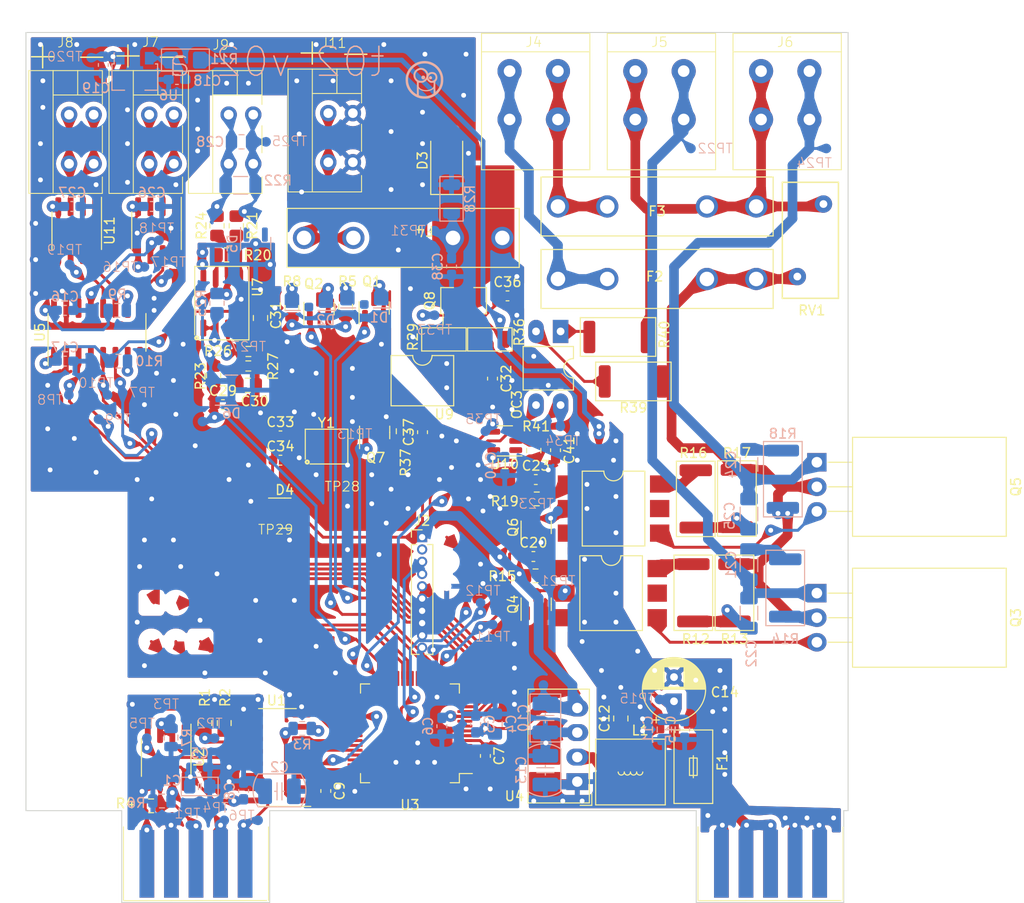
<source format=kicad_pcb>
(kicad_pcb (version 20240108) (generator "pcbnew") (generator_version "8.0")
  (layers (0 "F.Cu" signal) (31 "B.Cu" signal) (34 "B.Paste" user) (35 "F.Paste" user) (36 "B.SilkS" user "B.Silkscreen") (37 "F.SilkS" user "F.Silkscreen") (38 "B.Mask" user) (39 "F.Mask" user) (44 "Edge.Cuts" user))
  (net 0 "")
  (net 1 "/+3.3VRS485")
  (net 2 "GND1")
  (net 3 "GNDD")
  (net 4 "+3V3")
  (net 5 "/NRST")
  (net 6 "GNDA")
  (net 7 "+24V")
  (net 8 "Net-(U4-IN+)")
  (net 9 "/AddSchems/ACOUT1")
  (net 10 "/AddSchems/ACOUT2")
  (net 11 "Net-(C21-Pad1)")
  (net 12 "Net-(U6-IN)")
  (net 13 "Net-(D1-K)")
  (net 14 "Net-(D1-A)")
  (net 15 "Net-(D2-K)")
  (net 16 "Net-(D2-A)")
  (net 17 "Net-(C32-Pad1)")
  (net 18 "/AddSchems/CLK_out")
  (net 19 "/AddSchems/CS1_out")
  (net 20 "/AddSchems/MISO_out")
  (net 21 "+3.3VA")
  (net 22 "/AddSchems/CS2_out")
  (net 23 "Net-(J11-Pin_2)")
  (net 24 "Net-(RS2-Pin_2)")
  (net 25 "Net-(J4-Pin_1)")
  (net 26 "/AddSchems/ACIN_1")
  (net 27 "/AddSchems/ACIN_2")
  (net 28 "Net-(J4-Pin_2)")
  (net 29 "/UART_DE")
  (net 30 "/UART_TX")
  (net 31 "/UART_RX")
  (net 32 "/SWDIO")
  (net 33 "/SWCLK")
  (net 34 "/GPIO1")
  (net 35 "/GPIO2")
  (net 36 "Net-(OC1-Pad1)")
  (net 38 "Net-(Q3-G)")
  (net 40 "Net-(OC1-Pad6)")
  (net 41 "Net-(OC2-Pad1)")
  (net 42 "Net-(Q6-C)")
  (net 45 "Net-(OC2-Pad6)")
  (net 46 "Net-(Q1-B)")
  (net 47 "Net-(Q2-B)")
  (net 48 "/SIM1_ON")
  (net 49 "/SIM2_ON")
  (net 50 "Net-(U1-VID)")
  (net 51 "Net-(U1-VE2)")
  (net 52 "Net-(RS1-Pin_3)")
  (net 53 "Net-(U1-VE1)")
  (net 54 "Net-(RS1-Pin_4)")
  (net 55 "Net-(U1-VOC)")
  (net 56 "Net-(U5-VE2)")
  (net 57 "Net-(U5-VE1)")
  (net 58 "/RTS")
  (net 59 "/RTS_cont")
  (net 60 "/TX_USART_1")
  (net 61 "/DE_USART_1")
  (net 62 "/RX_USART_1")
  (net 63 "Net-(U1-VOB)")
  (net 70 "Net-(J9-Pin_1)")
  (net 71 "Net-(J9-Pin_2)")
  (net 72 "/CS1")
  (net 73 "/CS2")
  (net 74 "/MISO")
  (net 76 "/CLK")
  (net 84 "Net-(D3-K)")
  (net 85 "Net-(J7-Pin_1)")
  (net 86 "Net-(J7-Pin_2)")
  (net 107 "/OSC_IN")
  (net 108 "Net-(J8-Pin_1)")
  (net 109 "Net-(J8-Pin_2)")
  (net 110 "Net-(U7A-+)")
  (net 111 "Net-(U7B-+)")
  (net 112 "Net-(U7A--)")
  (net 113 "Net-(U7B--)")
  (net 114 "/U_Idet1")
  (net 115 "Net-(OC3-Pad1)")
  (net 116 "/Relay_ON")
  (net 117 "Net-(Q7-C)")
  (net 118 "Net-(OC3-Pad2)")
  (net 119 "Net-(C22-Pad1)")
  (net 120 "Net-(C24-Pad1)")
  (net 121 "Net-(C25-Pad1)")
  (net 122 "Net-(Q4-C)")
  (net 123 "Net-(Q5-G)")
  (net 124 "Net-(R37-Pad2)")
  (net 125 "Net-(OC3-Pad4)")
  (net 126 "Net-(Q8-B)")
  (net 127 "/Detect_zero")
  (net 130 "/OSC_OUT")
  (net 131 "Net-(D6-K-Pad3)")
  (footprint "Capacitor_SMD:C_0603_1608Metric_Pad1.08x0.95mm_HandSolder" (layer "F.Cu") (at 103.3625 93.5)
    (property "Reference" "C29")
    (property "Value" "0,1uF 100V 0603")
  )
  (footprint "MountingHole:MountingHole_3.2mm_M3" (layer "F.Cu") (at 164.1 89)
    (property "Reference" "H4" (hide yes))
    (property "Value" "MountingHole")
  )
  (footprint "Package_TO_SOT_SMD:SOT-23" (layer "F.Cu") (at 119.05 96.375 90)
    (property "Reference" "Q7")
    (property "Value" "DTC114ECA (SOT-23)")
  )
  (footprint "PCM_4ms_Resistor:R_0805_2012Metric" (layer "F.Cu") (at 95.9375 135 180)
    (property "Reference" "R4")
    (property "Value" "0805-560 Ом±5%-0,125 Вт")
  )
  (footprint "PCM_Resistor_SMD_AKL:R_1206_3216Metric" (layer "F.Cu") (at 130.9625 86.75)
    (property "Reference" "R36")
    (property "Value" "1206-30 кОм±5%-0,25 Вт" (hide yes))
  )
  (footprint "Resistor_SMD:R_0805_2012Metric_Pad1.20x1.40mm_HandSolder" (layer "F.Cu") (at 102.4 90.5 -90)
    (property "Reference" "R23")
    (property "Value" "0805-1 кОм±1%-0,125 Вт")
  )
  (footprint "Fuse:Fuseholder_100_series_5x20mm_D1,5" (layer "F.Cu") (at 132.25 76.25 180)
    (property "Reference" "F4")
    (property "Value" "Fuse 0,16A 5x20 and ZH266 (2 клипсы)")
  )
  (footprint "Fuse:Fuseholder_100_series_5x20mm_D1,5" (layer "F.Cu") (at 158.5 73 180)
    (property "Reference" "F3")
    (property "Value" "Fuse 5A ZH266 (2 клипсы)")
  )
  (footprint "Package_DIP:SMDIP-4_W9.53mm" (layer "F.Cu") (at 123.985 91.02)
    (property "Reference" "U9")
    (property "Value" "LTV-817S-(С-D) (SMDIP-4)")
  )
  (footprint "Resistor_SMD:R_0603_1608Metric_Pad0.98x0.95mm_HandSolder" (layer "F.Cu") (at 106 88 180)
    (property "Reference" "R26")
    (property "Value" "0603-1 кОм±1%-0,062 Вт")
  )
  (footprint "Fuse:Fuseholder_100_series_5x20mm_D1,5" (layer "F.Cu") (at 138 80.5)
    (property "Reference" "F2")
    (property "Value" "Fuse 5A ZH266 (2 клипсы)")
  )
  (footprint "PCM_4ms_Resistor:R_0805_2012Metric" (layer "F.Cu") (at 110.5 83.5 90)
    (property "Reference" "R8")
    (property "Value" "0805-150 Ом±5%-0,125 Вт")
  )
  (footprint "Connector:DG141R-02" (layer "F.Cu") (at 121.497 66.394 -90)
    (property "Reference" "J11")
    (property "Value" "DG141R-02")
  )
  (footprint "Capacitor_SMD:C_0805_2012Metric" (layer "F.Cu") (at 105.95 91.5)
    (property "Reference" "C30")
    (property "Value" "10uF 16V 0805")
  )
  (footprint "Package_DIP:SMDIP-6_W9.53mm" (layer "F.Cu") (at 143.5 113)
    (property "Reference" "OC1" (hide yes))
    (property "Value" "MOC3023SM (SMDIP-6)")
  )
  (footprint "Package_SO:SOIC-8_3.9x4.9mm_P1.27mm" (layer "F.Cu") (at 97.5 130 -90)
    (property "Reference" "U2")
    (property "Value" "ADM3485EARZ-REEL (SOIC-8)")
  )
  (footprint "MountingHole:MountingHole_3.2mm_M3" (layer "F.Cu") (at 87 129.5)
    (property "Reference" "H2" (hide yes))
    (property "Value" "MountingHole")
  )
  (footprint "Capacitor_SMD:C_0603_1608Metric_Pad1.08x0.95mm_HandSolder" (layer "F.Cu") (at 114 133.4625 -90)
    (property "Reference" "C9")
    (property "Value" "0,1uF 100V 0603")
  )
  (footprint "Package_TO_SOT_SMD:SOT-89-3" (layer "F.Cu") (at 128.25 82.75 90)
    (property "Reference" "Q8")
    (property "Value" "BCX53-16 (SOT-89-3)")
  )
  (footprint "Resistor_SMD:R_0805_2012Metric_Pad1.20x1.40mm_HandSolder" (layer "F.Cu") (at 135.5 98.25 -90)
    (property "Reference" "R41")
    (property "Value" "0805-1 кОм±5%-0,125 Вт")
  )
  (footprint "PCM_Resistor_SMD_AKL:R_2512_6332Metric" (layer "F.Cu") (at 152 112.9625 90)
    (property "Reference" "R12")
    (property "Value" "2512-180 Ом±5%-1 Вт" (hide yes))
  )
  (footprint "PCM_Resistor_SMD_AKL:R_2512_6332Metric" (layer "F.Cu") (at 156.25 112.9625 -90)
    (property "Reference" "R13")
    (property "Value" "2512-1 кОм±5%-1 Вт" (hide yes))
  )
  (footprint "Package_TO_SOT_SMD:SOT-23" (layer "F.Cu") (at 135.75 106.1875 90)
    (property "Reference" "Q6")
    (property "Value" "DTC114ECA (SOT-23)")
  )
  (footprint "Capacitor_SMD:C_0603_1608Metric" (layer "F.Cu") (at 109.315 99.245)
    (property "Reference" "C34")
    (property "Value" "20pF 50V 0603")
  )
  (footprint "Diode_SMD:D_SMA" (layer "F.Cu") (at 126.5 68.25 90)
    (property "Reference" "D3")
    (property "Value" "STPS2H100A (D_SMA)")
  )
  (footprint "Capacitor_SMD:C_0603_1608Metric" (layer "F.Cu") (at 109.315 96.735)
    (property "Reference" "C33")
    (property "Value" "20pF 50V 0603")
  )
  (footprint "PCM_4ms_Resistor:R_0805_2012Metric" (layer "F.Cu") (at 103.5 126.4375 90)
    (property "Reference" "R2")
    (property "Value" "0805-4,7 кОм±5%-0,125 Вт")
  )
  (footprint "Resistor_SMD:R_0805_2012Metric_Pad1.20x1.40mm_HandSolder" (layer "F.Cu") (at 102.75 75 -90)
    (property "Reference" "R24")
    (property "Value" "0805-1 кОм±1%-0,125 Вт")
  )
  (footprint "Package_TO_SOT_SMD:SOT-23" (layer "F.Cu") (at 119 83.5 90)
    (property "Reference" "Q1")
    (property "Value" "DTC114ECA (SOT-23)")
  )
  (footprint "Connector:DG141R-02" (layer "F.Cu") (at 94.699 66.548 -90)
    (property "Reference" "J8")
    (property "Value" "DG141R-02")
  )
  (footprint "Package_SO:SOIC-8_3.9x4.9mm_P1.27mm" (layer "F.Cu") (at 96.5 75.5 -90)
    (property "Reference" "U8" (hide yes))
    (property "Value" "MAX31855KASA (SOIC-8)")
  )
  (footprint "Capacitor_SMD:C_0603_1608Metric_Pad1.08x0.95mm_HandSolder" (layer "F.Cu") (at 132.7875 82.25)
    (property "Reference" "C36")
    (property "Value" "0,1uF 100V 0603")
  )
  (footprint "Converter_DCDC:Converter_DCDC_Murata_MEE1SxxxxSC_THT" (layer "F.Cu") (at 140 132.5 180)
    (property "Reference" "U4")
    (property "Value" "AM1SS-2403SJZ")
  )
  (footprint "Connector:DG245-5.0-02P" (layer "F.Cu") (at 133 59)
    (property "Reference" "J4")
    (property "Value" "DG245-5.0-02P")
  )
  (footprint "PCM_Crystal_AKL:Crystal_SMD_3225-4Pin_3.2x2.5mm" (layer "F.Cu") (at 114.08 97.84)
    (property "Reference" "Y1")
    (property "Value" "Crystal_3225 8MHz" (hide yes))
  )
  (footprint "Connector:Edge_Conn_KLS1-603-10" (layer "F.Cu") (at 100.58 137.19)
    (property "Reference" "RS1" (hide yes))
    (property "Value" "SL-10 (L-KLS1-603C-10-S)")
  )
  (footprint "Capacitor_SMD:C_0603_1608Metric_Pad1.08x0.95mm_HandSolder" (layer "F.Cu") (at 131.235 90.8075 -90)
    (property "Reference" "C32")
    (property "Value" "0,1uF 100V 0603")
  )
  (footprint "PCM_4ms_Resistor:R_0805_2012Metric" (layer "F.Cu") (at 135.8125 103.25)
    (property "Reference" "R19")
    (property "Value" "0805-200 Ом±5%-0,125 Вт")
  )
  (footprint "Capacitor_SMD:C_0603_1608Metric_Pad1.08x0.95mm_HandSolder" (layer "F.Cu") (at 135.4625 109.21)
    (property "Reference" "C20")
    (property "Value" "0,1uF 100V 0603")
  )
  (footprint "Capacitor_SMD:C_0603_1608Metric_Pad1.08x0.95mm_HandSolder" (layer "F.Cu") (at 137.75 98.2125 -90)
    (property "Reference" "C41")
    (property "Value" "0,1uF 100V 0603")
  )
  (footprint "Package_TO_SOT_SMD:SOT-23-5" (layer "F.Cu") (at 132.5 97.25 180)
    (property "Reference" "U10")
    (property "Value" "74AHCT1G14GW,125 (SOT-23-5)")
  )
  (footprint "MountingHole:MountingHole_3.2mm_M3" (layer "F.Cu") (at 87 109.5)
    (property "Reference" "H1" (hide yes))
    (property "Value" "MountingHole")
  )
  (footprint "PCM_Fuse_Handsoldering_AKL:Fuse_Littelfuse-NANO2-451_453" (layer "F.Cu") (at 152 130.955 90)
    (property "Reference" "F1")
    (property "Value" "045201.5MRL" (hide yes))
  )
  (footprint "Resistor_SMD:R_0603_1608Metric_Pad0.98x0.95mm_HandSolder" (layer "F.Cu") (at 105.9875 89.5)
    (property "Reference" "R27")
    (property "Value" "0603-1 кОм±1%-0,062 Вт")
  )
  (footprint "Package_TO_SOT_SMD:SOT-23" (layer "F.Cu") (at 135.75 114.1475 90)
    (property "Reference" "Q4")
    (property "Value" "DTC114ECA (SOT-23)")
  )
  (footprint "Package_TO_SOT_SMD:SOT-23" (layer "F.Cu") (at 113.3 83.5625 90)
    (property "Reference" "Q2")
    (property "Value" "DTC114ECA (SOT-23)")
  )
  (footprint "PCM_Resistor_SMD_AKL:R_1206_3216Metric" (layer "F.Cu") (at 126.2125 86.75 180)
    (property "Reference" "R29")
    (property "Value" "1206-15 кОм±5%-0,25 Вт" (hide yes))
  )
  (footprint "Resistor_SMD:R_0805_2012Metric_Pad1.20x1.40mm_HandSolder" (layer "F.Cu") (at 103.75 78 180)
    (property "Reference" "R20")
    (property "Value" "0805-1 кОм±1%-0,125 Вт")
  )
  (footprint "PCM_4ms_TestPoint:TestPoint_D1" (layer "F.Cu") (at 115.2 103.5)
    (property "Reference" "TP28")
    (property "Value" "TestPoint")
  )
  (footprint "PCM_4ms_Resistor:R_0805_2012Metric" (layer "F.Cu") (at 101.5 126.4375 90)
    (property "Reference" "R1")
    (property "Value" "0805-10 кОм±5%-0,125 Вт")
  )
  (footprint "Package_TO_SOT_THT:TO-220-3_Horizontal_TabDown" (layer "F.Cu") (at 164.77 99.46 -90)
    (property "Reference" "Q5")
    (property "Value" "BT136X-800E TO-220")
  )
  (footprint "Connector:DG245-5.0-02P" (layer "F.Cu") (at 159 59)
    (property "Reference" "J6")
    (property "Value" "DG245-5.0-02P")
  )
  (footprint "Package_SO:SOIC-16_3.9x9.9mm_P1.27mm" (layer "F.Cu") (at 109 130 180)
    (property "Reference" "U1")
    (property "Value" "PIA141M30 (SOIC-16)")
  )
  (footprint "MountingHole:MountingHole_3.2mm_M3" (layer "F.Cu") (at 163.5 129.5)
    (property "Reference" "H3" (hide yes))
    (property "Value" "MountingHole")
  )
  (footprint "Connector:Edge_Conn_KLS1-603-10" (layer "F.Cu") (at 159.98 137.19)
    (property "Reference" "RS2" (hide yes))
    (property "Value" "SL-10 (L-KLS1-603C-10-S)")
  )
  (footprint "Capacitor_SMD:C_0805_2012Metric_Pad1.18x1.45mm_HandSolder" (layer "F.Cu") (at 144.5 125.9625 90)
    (property "Reference" "C12")
    (property "Value" "4,7uF 50V 0805")
  )
  (footprint "Capacitor_SMD:C_0805_2012Metric_Pad1.18x1.45mm_HandSolder" (layer "F.Cu") (at 107.25 84.5375 90)
    (property "Reference" "C31")
    (property "Value" "1uF 100V 0805")
  )
  (footprint "Package_TO_SOT_THT:TO-220-3_Horizontal_TabDown" (layer "F.Cu") (at 164.77 113 -90)
    (property "Reference" "Q3")
    (property "Value" "BT136X-800E TO-220")
  )
  (footprint "PCM_Resistor_SMD_AKL:R_2512_6332Metric" (layer "F.Cu") (at 145.8 91.1 180)
    (property "Reference" "R39")
    (property "Value" "2512-51 кОм±5%-1 Вт" (hide yes))
  )
  (footprint "PCM_4ms_Resistor:R_0805_2012Metric" (layer "F.Cu") (at 122 96.25 90)
    (property "Reference" "R37")
    (property "Value" "0805-200 Ом±5%-0,125 Вт")
  )
  (footprint "Connector_PinHeader_1.27mm:PinHeader_1x10_P1.27mm_Vertical" (layer "F.Cu") (at 123.96 107.21)
    (property "Reference" "J2")
    (property "Value" "PLL-10 (Prog)")
  )
  (footprint "Package_SO:SOIC-16_3.9x9.9mm_P1.27mm" (layer "F.Cu") (at 90.345 86.025 90)
    (property "Reference" "U5")
    (property "Value" "PIA141M30 (SOIC-16)")
  )
  (footprint "Resistor_SMD:R_0805_2012Metric_Pad1.20x1.40mm_HandSolder" (layer "F.Cu") (at 104.75 75 -90)
    (property "Reference" "R21")
    (property "Value" "0805-1 кОм±1%-0,125 Вт")
  )
  (footprint "PCM_Resistor_SMD_AKL:R_2512_6332Metric" (layer "F.Cu") (at 152.25 103.25 90)
    (property "Reference" "R16")
    (property "Value" "2512-180 Ом±5%-1 Вт" (hide yes))
  )
  (footprint "Connector:DG141R-02" (layer "F.Cu") (at 102.989 66.548 -90)
    (property "Reference" "J7")
    (property "Value" "DG141R-02")
  )
  (footprint "Varistor:RV_Disc_D12mm_W5.8mm_P7.5mm" (layer "F.Cu") (at 162.75 80.25 90)
    (property "Reference" "RV1")
    (property "Value" "V10E250P")
  )
  (footprint "Package_QFP:LQFP-64_10x10mm_P0.5mm" (layer "F.Cu") (at 122.7 127.5 180)
    (property "Reference" "U3")
    (property "Value" "STM32G070RBTx (LQFP-64)" (hide yes))
  )
  (footprint "PCM_Inductor_SMD_Handsoldering_AKL:L_Bourns-SRN6028" (layer "F.Cu") (at 145.5 131.5 180)
    (property "Reference" "L1")
    (property "Value" "6,8uH 3,5A ETQP3M6R8KVP" (hide yes))
  )
  (footprint "Connector:DG245-5.0-02P" (layer "F.Cu") (at 146 59)
    (property "Reference" "J5")
    (property "Value" "DG245-5.0-02P")
  )
  (footprint "Package_SO:SOIC-8_3.9x4.9mm_P1.27mm" (layer "F.Cu") (at 88.25 75.5 -90)
    (property "Reference" "U11")
    (property "Value" "MAX31855KASA (SOIC-8)")
  )
  (footprint "PCM_Resistor_SMD_AKL:R_2512_6332Metric" (layer "F.Cu") (at 144.2125 86.5)
    (property "Reference" "R40")
    (property "Value" "2512-51 кОм±5%-1 Вт" (hide yes))
  )
  (footprint "PCM_4ms_Resistor:R_0805_2012Metric" (layer "F.Cu") (at 116.05 83.375 -90)
    (property "Reference" "R5")
    (property "Value" "0805-150 Ом±5%-0,125 Вт")
  )
  (footprint "Package_DIP:DIP-4_W7.62mm_LongPads" (layer "F.Cu") (at 138.275 85.925 -90)
    (property "Reference" "OC3")
    (property "Value" "FOD814 (DIP-4)")
  )
  (footprint "Connector:DG141R-02" (layer "F.Cu") (at 111.199 66.548 -90)
    (property "Reference" "J9")
    (property "Value" "DG141R-02" (hide yes))
  )
  (footprint "Capacitor_SMD:C_0603_1608Metric_Pad1.08x0.95mm_HandSolder" (layer "F.Cu") (at 124 96.35 90)
    (property "Reference" "C37")
    (property "Value" "0,1uF 100V 0603")
  )
  (footprint "Capacitor_SMD:C_0603_1608Metric_Pad1.08x0.95mm_HandSolder" (layer "F.Cu") (at 135.7125 101.25)
    (property "Reference" "C23")
    (property "Value" "0,1uF 100V 0603")
  )
  (footprint "PCM_Package_SO_AKL:SO-8_3.9x4.9mm_P1.27mm" (layer "F.Cu") (at 103.25 83 90)
    (property "Reference" "U7")
    (property "Value" "LMV358IDT (SO-8)" (hide yes))
  )
  (footprint "Package_TO_SOT_SMD:SOT-23" (layer "F.Cu") (at 109.755 104.725)
    (property "Reference" "D4")
    (property "Value" "BAV99")
  )
  (footprint "PCM_Capacitor_THT_AKL:CP_Radial_D6.3mm_P2.50mm" (layer "F.Cu") (at 150 124.182379 90)
    (property "Reference" "C14")
    (property "Value" "47uF 63V D6.3 H11" (hide yes))
  )
  (footprint "MountingHole:MountingHole_3.2mm_M3" (layer "F.Cu") (at 156.6 89)
    (property "Reference" "H5" (hide yes))
    (property "Value" "MountingHole")
  )
  (footprint "PCM_4ms_Resistor:R_0805_2012Metric" (layer "F.Cu") (at 135.6875 111.21)
    (property "Reference" "R15")
    (property "Value" "0805-200 Ом±5%-0,125 Вт")
  )
  (footprint "PCM_4ms_TestPoint:TestPoint_D1" (layer "F.Cu") (at 108.31 107.95)
    (property "Reference" "TP29")
    (property "Value" "TestPoint")
  )
  (footprint "Capacitor_SMD:C_0603_1608Metric_Pad1.08x0.95mm_HandSolder" (layer "F.Cu") (at 130.5 129.8375 -90)
    (property "Reference" "C7")
    (property "Value" "0,1uF 100V 0603")
  )
  (footprint "Package_DIP:SMDIP-6_W9.53mm" (layer "F.Cu") (at 143.75 104.25)
    (property "Reference" "OC2" (hide yes))
    (property "Value" "MOC3023SM (SMDIP-6)")
  )
  (footprint "PCM_Resistor_SMD_AKL:R_2512_6332Metric" (layer "F.Cu") (at 156.5 103.2125 -90)
    (property "Reference" "R17")
    (property "Value" "2512-1 кОм±5%-1 Вт" (hide yes))
  )
  (footprint "PCM_4ms_TestPoint:TestPoint_D1" (layer "B.Cu") (at 107.825 66.3125 180)
    (property "Reference" "TP25")
    (property "Value" "TestPoint")
  )
  (footprint "Capacitor_SMD:C_1206_3216Metric_Pad1.33x1.80mm_HandSolder" (layer "B.Cu") (at 157.75 115.0625 90)
    (property "Reference" "C22")
    (property "Value" "0,01uF 600V 1206 (GRM31BR72J103KW01L)")
  )
  (footprint "PCM_4ms_TestPoint:TestPoint_D1" (layer "B.Cu") (at 165.75 67 180)
    (property "Reference" "TP24")
    (property "Value" "TestPoint")
  )
  (footprint "PCM_4ms_TestPoint:TestPoint_D1" (layer "B.Cu") (at 90.5 95 -90)
    (property "Reference" "TP9")
    (property "Value" "TestPoint")
  )
  (footprint "PCM_4ms_TestPoint:TestPoint_D1" (layer "B.Cu") (at 138 104.5 180)
    (property "Reference" "TP23")
    (property "Value" "TestPoint")
  )
  (footprint "Capacitor_SMD:C_0603_1608Metric_Pad1.08x0.95mm_HandSolder" (layer "B.Cu") (at 151.1 127.1 -90)
    (property "Reference" "C15")
    (property "Value" "0,1uF 100V 0603")
  )
  (footprint "PCM_Capacitor_SMD_AKL:C_0805_2012Metric_Pad1.18x1.45mm_HandSolder" (layer "B.Cu") (at 100.9635 133 180)
    (property "Reference" "C1")
    (property "Value" "1uF 100V 0805")
  )
  (footprint "Resistor_SMD:R_0805_2012Metric_Pad1.20x1.40mm_HandSolder" (layer "B.Cu") (at 102.75 83 -90)
    (property "Reference" "R25")
    (property "Value" "0805-1 кОм±1%-0,125 Вт")
  )
  (footprint "Resistor_SMD:R_1206_3216Metric_Pad1.30x1.75mm_HandSolder" (layer "B.Cu") (at 105.2 70.8125 180)
    (property "Reference" "R22")
    (property "Value" "1206-33 Ом±5%-0,25 Вт")
  )
  (footprint "PCM_4ms_TestPoint:TestPoint_D1" (layer "B.Cu") (at 91.43625 92.5 -90)
    (property "Reference" "TP10")
    (property "Value" "TestPoint")
  )
  (footprint "PCM_4ms_TestPoint:TestPoint_D1" (layer "B.Cu") (at 87.5 79 180)
    (property "Reference" "TP19")
    (property "Value" "TestPoint")
  )
  (footprint "PCM_Resistor_SMD_AKL:R_1206_3216Metric" (layer "B.Cu") (at 127 72.2125 90)
    (property "Reference" "R28")
    (property "Value" "1206-10 кОм±5%-0,25 Вт" (hide yes))
  )
  (footprint "Capacitor_SMD:C_0603_1608Metric_Pad1.08x0.95mm_HandSolder" (layer "B.Cu") (at 98.6125 59.8625 180)
    (property "Reference" "C18")
    (property "Value" "0,33uF 50V 0603")
  )
  (footprint "PCM_4ms_TestPoint:TestPoint_D1" (layer "B.Cu") (at 151.75 67 180)
    (property "Reference" "TP22")
    (property "Value" "TestPoint")
  )
  (footprint "PCM_4ms_TestPoint:TestPoint_D1" (layer "B.Cu") (at 131.25 116.25 180)
    (property "Reference" "TP11")
    (property "Value" "TestPoint")
  )
  (footprint "Capacitor_SMD:C_0805_2012Metric_Pad1.18x1.45mm_HandSolder" (layer "B.Cu") (at 105.2875 66.3125 180)
    (property "Reference" "C28")
    (property "Value" "1uF 100V 0805")
  )
  (footprint "Capacitor_SMD:C_0603_1608Metric_Pad1.08x0.95mm_HandSolder" (layer "B.Cu") (at 87.0375 83.75 180)
    (property "Reference" "C16")
    (property "Value" "0,1uF 100V 0603")
  )
  (footprint "Capacitor_SMD:C_1206_3216Metric_Pad1.33x1.80mm_HandSolder" (layer "B.Cu") (at 157.75 110.0625 -90)
    (property "Reference" "C21")
    (property "Value" "0,01uF 600V 1206 (GRM31BR72J103KW01L)")
  )
  (footprint "PCM_Capacitor_SMD_AKL:C_1210_3225Metric_Pad1.42x2.65mm_HandSolder" (layer "B.Cu") (at 136.7 125.9125 -90)
    (property "Reference" "C10")
    (property "Value" "10uF 50V 1210 GRM32ER71H106K")
  )
  (footprint "PCM_4ms_TestPoint:TestPoint_D1" (layer "B.Cu") (at 95.25 79.25 180)
    (property "Reference" "TP16")
    (property "Value" "TestPoint")
  )
  (footprint "Capacitor_SMD:C_0603_1608Metric_Pad1.08x0.95mm_HandSolder" (layer "B.Cu") (at 127 79.2125 -90)
    (property "Reference" "C38")
    (property "Value" "0,1uF 100V 0603")
  )
  (footprint "PCM_4ms_Resistor:R_0805_2012Metric" (layer "B.Cu") (at 97.0625 134.5)
    (property "Reference" "R6")
    (property "Value" "0805-560 Ом±5%-0,125 Вт")
  )
  (footprint "Capacitor_SMD:C_0805_2012Metric_Pad1.18x1.45mm_HandSolder" (layer "B.Cu") (at 149 127.1 -90)
    (property "Reference" "C11")
    (property "Value" "4,7uF 50V 0805")
  )
  (footprint "Package_TO_SOT_SMD:SOT-23" (layer "B.Cu") (at 104.25 92)
    (property "Reference" "D6")
    (property "Value" "BAV99")
  )
  (footprint "PCM_4ms_TestPoint:TestPoint_D1" (layer "B.Cu") (at 87.43625 92.5 -90)
    (property "Reference" "TP8")
    (property "Value" "TestPoint")
  )
  (footprint "PCM_4ms_TestPoint:TestPoint_D1" (layer "B.Cu") (at 95.5 128 180)
    (property "Reference" "TP5")
    (property "Value" "TestPoint")
  )
  (footprint "PCM_4ms_TestPoint:TestPoint_D1" (layer "B.Cu") (at 125.25 75.5 180)
    (property "Reference" "TP31")
    (property "Value" "TestPoint")
  )
  (footprint "PCM_4ms_TestPoint:TestPoint_D1" (layer "B.Cu") (at 101.25 95.25 180)
    (property "Reference" "TP26" (hide yes))
    (property "Value" "TestPoint" (hide yes))
  )
  (footprint "Capacitor_SMD:C_1206_3216Metric_Pad1.33x1.80mm_HandSolder" (layer "B.Cu") (at 157.75 104.8125 90)
    (property "Reference" "C25")
    (property "Value" "0,01uF 600V 1206 (GRM31BR72J103KW01L)")
  )
  (footprint "Capacitor_SMD:C_0805_2012Metric_Pad1.18x1.45mm_HandSolder" (layer "B.Cu") (at 131.5 126.5375 90)
    (property "Reference" "C4")
    (property "Value" "4,7uF 50V 0805")
  )
  (footprint "Capacitor_SMD:C_0603_1608Metric_Pad1.08x0.95mm_HandSolder" (layer "B.Cu") (at 87.7875 73 180)
    (property "Reference" "C27")
    (property "Value" "0,1uF 100V 0603")
  )
  (footprint "PCM_4ms_Resistor:R_0805_2012Metric" (layer "B.Cu") (at 98 127.9375 90)
    (property "Reference" "R7")
    (property "Value" "0805-10 кОм±5%-0,125 Вт")
  )
  (footprint "LED_SMD:LED_Kingbright_KPA-3010_3x2x1mm" (layer "B.Cu") (at 112.25 82.25 180)
    (property "Reference" "D2")
    (property "Value" "KPA-3010CGCK")
  )
  (footprint "LED_SMD:LED_Kingbright_KPA-3010_3x2x1mm" (layer "B.Cu") (at 117.9775 81.9875 180)
    (property "Reference" "D1")
    (property "Value" "KPA-3010CGCK")
  )
  (footprint "PCM_4ms_TestPoint:TestPoint_D1" (layer "B.Cu") (at 89.75 57.6125 180)
    (property "Reference" "TP20")
    (property "Value" "TestPoint")
  )
  (footprint "PCM_4ms_TestPoint:TestPoint_D1" (layer "B.Cu") (at 93 92.25 180)
    (property "Reference" "TP7")
    (property "Value" "TestPoint")
  )
  (footprint "Symbol:PB_LOGO" (layer "B.Cu") (at 124.343287 59.676321 180)
    (property "Reference" "G***" (hide yes))
    (property "Value" "LOGO" (hide yes))
  )
  (footprint "Capacitor_SMD:C_0603_1608Metric_Pad1.08x0.95mm_HandSolder" (layer "B.Cu") (at 100.9625 131 180)
    (property "Reference" "C5")
    (property "Value" "0,1uF 100V 0603")
  )
  (footprint "Package_TO_SOT_SMD:SOT-89-3" (layer "B.Cu") (at 94.25 59.6125 -90)
    (property "Reference" "U6")
    (property "Value" "L78L33 (SOT89)")
  )
  (footprint "Capacitor_SMD:C_0603_1608Metric_Pad1.08x0.95mm_HandSolder" (layer "B.Cu") (at 87.0375 89 180)
    (property "Reference" "C17")
    (property "Value" "0,1uF 100V 0603")
  )
  (footprint "PCM_Resistor_SMD_AKL:R_1206_3216Metric_Pad1.42x1.75mm_HandSolder" (layer "B.Cu") (at 99.4875 57.8625)
    (property "Reference" "R11")
    (property "Value" "1206-620 Ом±5%-0,25 Вт")
  )
  (footprint "PCM_4ms_TestPoint:TestPoint_D1" (layer "B.Cu") (at 117.5 98.0625 180)
    (property "Reference" "TP13")
    (property "Value" "TestPoint")
  )
  (footprint "PCM_4ms_TestPoint:TestPoint_D1" (layer "B.Cu") (at 102.5 128 180)
    (property "Reference" "TP2")
    (property "Value" "TestPoint")
  )
  (footprint "PCM_4ms_TestPoint:TestPoint_D1" (layer "B.Cu") (at 130.5 96.25 180)
    (property "Reference" "TP35")
    (property "Value" "TestPoint")
  )
  (footprint "Capacitor_SMD:C_0603_1608Metric_Pad1.08x0.95mm_HandSolder" (layer "B.Cu") (at 129.5 126.5375 90)
    (property "Reference" "C3")
    (property "Value" "0,1uF 100V 0603")
  )
  (footprint "PCM_4ms_TestPoint:TestPoint_D1" (layer "B.Cu") (at 107 136.5 180)
    (property "Reference" "TP6")
    (property "Value" "TestPoint")
  )
  (footprint "Capacitor_SMD:C_0603_1608Metric_Pad1.08x0.95mm_HandSolder" (layer "B.Cu") (at 91 58.3625 -90)
    (property "Reference" "C19")
    (property "Value" "0,1uF 100V 0603")
  )
  (footprint "PCM_4ms_TestPoint:TestPoint_D1" (layer "B.Cu") (at 125.249293 84.249293 90)
    (property "Reference" "TP33")
    (property "Value" "TestPoint")
  )
  (footprint "PCM_Resistor_SMD_AKL:R_2512_6332Metric" (layer "B.Cu") (at 161.25 101.2125 -90)
    (property "Reference" "R18")
    (property "Value" "2512-51 Ом±5%-1 Вт" (hide yes))
  )
  (footprint "PCM_Resistor_SMD_AKL:R_2512_6332Metric" (layer "B.Cu") (at 161.5 112.4625 -90)
    (property "Reference" "R14")
    (property "Value" "2512-51 Ом±5%-1 Вт" (hide yes))
  )
  (footprint "PCM_Capacitor_SMD_Handsoldering_AKL:C_1210_3225Metric_Pad1.42x2.65mm" (layer "B.Cu") (at 136.7 131.3125 90)
    (property "Reference" "C13")
    (property "Value" " 270 pf X7R 1206 2000v 202R18W271KW4E" (hide yes))
  )
  (footprint "Capacitor_SMD:C_0603_1608Metric_Pad1.08x0.95mm_HandSolder" (layer "B.Cu") (at 126 126.7625 -90)
    (property "Reference" "C6")
    (property "Value" "0,1uF 100V 0603")
  )
  (footprint "PCM_4ms_Resistor:R_0805_2012Metric" (layer "B.Cu") (at 111.5625 127)
    (property "Reference" "R3")
    (property "Value" "0805-4,7 кОм±5%-0,125 Вт")
  )
  (footprint "PCM_4ms_TestPoint:TestPoint_D1" (layer "B.Cu") (at 138.25 95.75 180)
    (property "Reference" "TP34")
    (property "Value" "TestPoint")
  )
  (footprint "PCM_4ms_Resistor:R_0805_2012Metric" (layer "B.Cu") (at 92.4375 83.75 180)
    (property "Reference" "R9")
    (property "Value" "0805-4,7 кОм±5%-0,125 Вт")
  )
  (footprint "PCM_4ms_TestPoint:TestPoint_D1" (layer "B.Cu") (at 130 114 180)
    (property "Reference" "TP12")
    (property "Value" "TestPoint")
  )
  (footprint "PCM_4ms_Resistor:R_0805_2012Metric" (layer "B.Cu") (at 92.5625 89)
    (property "Reference" "R10")
    (property "Value" "0805-4,7 кОм±5%-0,125 Вт")
  )
  (footprint "Capacitor_SMD:C_1206_3216Metric_Pad1.33x1.80mm_HandSolder" (layer "B.Cu") (at 157.75 99.6875 -90)
    (property "Reference" "C24")
    (property "Value" "0,01uF 600V 1206 (GRM31BR72J103KW01L)")
  )
  (footprint "PCM_4ms_TestPoint:TestPoint_D1" (layer "B.Cu") (at 103.5 136.5 180)
    (property "Reference" "TP4")
    (property "Value" "TestPoint")
  )
  (footprint "PCM_Capacitor_SMD_Handsoldering_AKL:C_1210_3225Metric_Pad1.42x2.65mm" (layer "B.Cu") (at 109.2125 133.5)
    (property "Reference" "C2")
    (property "Value" " 270 pf X7R 1206 2000v 202R18W271KW4E" (hide yes))
  )
  (footprint "Capacitor_SMD:C_0603_1608Metric_Pad1.08x0.95mm_HandSolder" (layer "B.Cu") (at 105.5 133.4625 -90)
    (property "Reference" "C8")
    (property "Value" "0,1uF 100V 0603")
  )
  (footprint "PCM_4ms_TestPoint:TestPoint_D1" (layer "B.Cu") (at 98 126 180)
    (property "Reference" "TP3")
    (property "Value" "TestPoint")
  )
  (footprint "Package_TO_SOT_SMD:SOT-23" (layer "B.Cu") (at 106.75 76.85 -90)
    (property "Reference" "D5")
    (property "Value" "BAV99")
  )
  (footprint "PCM_4ms_TestPoint:TestPoint_D1" (layer "B.Cu") (at 96.75 76.5 180)
    (property "Reference" "TP18")
    (property "Value" "TestPoint")
  )
  (footprint "Capacitor_SMD:C_0603_1608Metric_Pad1.08x0.95mm_HandSolder" (layer "B.Cu") (at 132.5 99.7875 -90)
    (property "Reference" "C40")
    (property "Value" "0,1uF 100V 0603")
  )
  (footprint "PCM_4ms_TestPoint:TestPoint_D1" (layer "B.Cu") (at 136.5 122.5 180)
    (property "Reference" "TP14" (hide yes))
    (property "Value" "TestPoint")
  )
  (footprint "PCM_4ms_TestPoint:TestPoint_D1" (layer "B.Cu") (at 97.75 80 180)
    (property "Reference" "TP17")
    (property "Value" "TestPoint")
  )
  (footprint "PCM_4ms_TestPoint:TestPoint_D1" (layer "B.Cu") (at 148.5 124 180)
    (property "Reference" "TP15")
    (property "Value" "TestPoint")
  )
  (footprint "PCM_4ms_TestPoint:TestPoint_D1" (layer "B.Cu") (at 103.75 87.5 180)
    (property "Reference" "TP27")
    (property "Value" "TestPoint")
  )
  (footprint "PCM_4ms_TestPoint:TestPoint_D1" (layer "B.Cu") (at 100 137 180)
    (property "Reference" "TP1")
    (property "Value" "TestPoint")
  )
  (footprint "Capacitor_SMD:C_0603_1608Metric_Pad1.08x0.95mm_HandSolder" (layer "B.Cu") (at 96 73 180)
    (property "Reference" "C26")
    (property "Value" "0,1uF 100V 0603")
  )
  (footprint "PCM_4ms_TestPoint:TestPoint_D1" (layer "B.Cu") (at 138.5 113.25 180)
    (property "Reference" "TP21")
    (property "Value" "TestPoint")
  )
  (gr_line (start 83 135.5) (end 83 55) (stroke (width 0.1)) (layer "Edge.Cuts"))
  (gr_line (start 167.55 135.5) (end 168 135.5) (stroke (width 0.1)) (layer "Edge.Cuts"))
  (gr_line (start 92.9 145) (end 108.2 145) (stroke (width 0.1)) (layer "Edge.Cuts"))
  (gr_line (start 168 55) (end 83 55) (stroke (width 0.1)) (layer "Edge.Cuts"))
  (gr_line (start 92.9 135.5) (end 92.9 145) (stroke (width 0.1)) (layer "Edge.Cuts"))
  (gr_line (start 108.2 135.5) (end 152.3 135.5) (stroke (width 0.1)) (layer "Edge.Cuts"))
  (gr_line (start 167.55 145) (end 167.55 135.5) (stroke (width 0.1)) (layer "Edge.Cuts"))
  (gr_line (start 152.3 145) (end 167.55 145) (stroke (width 0.1)) (layer "Edge.Cuts"))
  (gr_line (start 152.3 135.5) (end 152.3 145) (stroke (width 0.1)) (layer "Edge.Cuts"))
  (gr_line (start 108.2 145) (end 108.2 135.5) (stroke (width 0.1)) (layer "Edge.Cuts"))
  (gr_line (start 168 135.5) (end 168 55) (stroke (width 0.1)) (layer "Edge.Cuts"))
  (gr_line (start 92.9 135.5) (end 83 135.5) (stroke (width 0.1)) (layer "Edge.Cuts"))
  (gr_text "t02 v02 a" (at 120.3 59.8 0) (layer "B.SilkS") (effects (font (size 3 3)) (justify left bottom mirror)))
  (gr_text "-" (at 115.147 58.774 0) (layer "F.SilkS") (effects (font (size 3 3)) (justify left bottom)))
  (gr_text "+" (at 91.589 58.948 0) (layer "F.SilkS") (effects (font (size 3 3)) (justify left bottom)))
  (gr_text "+" (at 110.646 58.642 0) (layer "F.SilkS") (effects (font (size 3 3)) (justify left bottom)))
  (gr_text "-" (at 87.84 59.08 0) (layer "F.SilkS") (effects (font (size 3 3)) (justify left bottom)))
  (gr_text "-" (at 96.09 59.08 0) (layer "F.SilkS") (effects (font (size 3 3)) (justify left bottom)))
  (gr_text "+" (at 82.77 59.03 0) (layer "F.SilkS") (effects (font (size 3 3)) (justify left bottom)))
  (segment (start 95 131) (end 94 132) (width 0.3) (layer "F.Cu") (net 1))
  (segment (start 94 126.5) (end 94 130) (width 0.3) (layer "F.Cu") (net 1))
  (segment (start 95.5 125) (end 94 126.5) (width 0.3) (layer "F.Cu") (net 1))
  (segment (start 102.5 134.5) (end 100 132) (width 0.3) (layer "F.Cu") (net 1))
  (segment (start 94 134) (end 95.5 135.5) (width 0.3) (layer "F.Cu") (net 1))
  (segment (start 101.5 125.5) (end 103.5 125.5) (width 0.3) (layer "F.Cu") (net 1))
  (segment (start 101 125) (end 95.5 125) (width 0.3) (layer "F.Cu") (net 1))
  (segment (start 100 132) (end 99 131) (width 0.3) (layer "F.Cu") (net 1))
  (segment (start 104.5 134.5) (end 102.5 134.5) (width 0.3) (layer "F.Cu") (net 1))
  (segment (start 104.555 134.445) (end 106.525 134.445) (width 0.3) (layer "F.Cu") (net 1))
  (segment (start 99.525 132.475) (end 100 132) (width 0.3) (layer "F.Cu") (net 1))
  (segment (start 94 132) (end 94 134) (width 0.3) (layer "F.Cu") (net 1))
  (segment (start 99 131) (end 95 131) (width 0.3) (layer "F.Cu") (net 1))
  (segment (start 104.5 134.5) (end 104.555 134.445) (width 0.3) (layer "F.Cu") (net 1))
  (segment (start 95.5 141) (end 95.5 137.5) (width 0.3) (layer "F.Cu") (net 1))
  (segment (start 99.405 132.475) (end 99.525 132.475) (width 0.3) (layer "F.Cu") (net 1))
  (segment (start 101.5 125.5) (end 101 125) (width 0.3) (layer "F.Cu") (net 1))
  (segment (start 95.5 135.5) (end 95.5 137.5) (width 0.3) (layer "F.Cu") (net 1))
  (segment (start 94 130) (end 95 131) (width 0.3) (layer "F.Cu") (net 1))
  (via (at 100 132) (size 1.2) (drill 0.5) (layers "F.Cu" "B.Cu") (net 1))
  (via (at 95.5 137.5) (size 1.2) (drill 0.5) (layers "F.Cu" "B.Cu") (net 1))
  (via (at 104.5 134.5) (size 1.2) (drill 0.5) (layers "F.Cu" "B.Cu") (net 1))
  (segment (start 105.5 134.5) (end 104.5 134.5) (width 0.3) (layer "B.Cu") (net 1))
  (segment (start 100 132) (end 100 131.075) (width 0.3) (layer "B.Cu") (net 1))
  (segment (start 95.5 137.5) (end 95.5 141) (width 0.3) (layer "B.Cu") (net 1))
  (segment (start 100 132) (end 100 132.926) (width 0.3) (layer "B.Cu") (net 1))
  (segment (start 100 131.075) (end 99.925 131) (width 0.3) (layer "B.Cu") (net 1))
  (segment (start 100 132.926) (end 99.926 133) (width 0.3) (layer "B.Cu") (net 1))
  (segment (start 98.04 137.04) (end 98 137) (width 0.3) (layer "F.Cu") (net 2))
  (segment (start 105.5 125) (end 105.97 125) (width 0.3) (layer "F.Cu") (net 2))
  (segment (start 98.04 141) (end 98.04 137.04) (width 0.3) (layer "F.Cu") (net 2))
  (segment (start 105.97 125) (end 106.525 125.555) (width 0.3) (layer "F.Cu") (net 2))
  (segment (start 106.525 133.175) (end 104.675 133.175) (width 0.3) (layer "F.Cu") (net 2))
  (segment (start 95 133.5) (end 95 133.07) (width 0.3) (layer "F.Cu") (net 2))
  (segment (start 104.675 133.175) (end 104 132.5) (width 0.3) (layer "F.Cu") (net 2))
  (segment (start 95 133.07) (end 95.595 132.475) (width 0.3) (layer "F.Cu") (net 2))
  (via (at 102.5 124) (size 1.2) (drill 0.5) (layers "F.Cu" "B.Cu") (net 2))
  (via (at 104 131) (size 1.2) (drill 0.5) (layers "F.Cu" "B.Cu") (net 2))
  (via (at 107 124) (size 1.2) (drill 0.5) (layers "F.Cu" "B.Cu") (net 2))
  (via (at 95 133.5) (size 1.2) (drill 0.5) (layers "F.Cu" "B.Cu") (net 2))
  (via (at 98 137) (size 1.2) (drill 0.5) (layers "F.Cu" "B.Cu") (net 2))
  (via (at 104 132.5) (size 1.2) (drill 0.5) (layers "F.Cu" "B.Cu") (net 2))
  (via (at 94 124.5) (size 1.2) (drill 0.5) (layers "F.Cu" "B.Cu") (net 2))
  (via (at 105.5 125) (size 1.2) (drill 0.5) (layers "F.Cu" "B.Cu") (net 2))
  (segment (start 97 136) (end 96.5 136) (width 0.3) (layer "B.Cu") (net 2))
  (segment (start 98 137) (end 97 136) (width 0.3) (layer "B.Cu") (net 2))
  (segment (start 107.525 133.5) (end 106.45 132.425) (width 1) (layer "B.Cu") (net 2))
  (segment (start 96.125 135.625) (end 96.125 134.5) (width 0.3) (layer "B.Cu") (net 2))
  (segment (start 98.04 137.04) (end 98.04 141) (width 0.3) (layer "B.Cu") (net 2))
  (segment (start 98 137) (end 98.04 137.04) (width 0.3) (layer "B.Cu") (net 2))
  (segment (start 96.5 136) (end 96.125 135.625) (width 0.3) (layer "B.Cu") (net 2))
  (segment (start 106.45 132.425) (end 105.5 132.425) (width 1) (layer "B.Cu") (net 2))
  (segment (start 130.75 97.25) (end 129.75 98.25) (width 0.3) (layer "F.Cu") (net 3))
  (segment (start 132.975001 96.3) (end 132.025001 97.25) (width 0.3) (layer "F.Cu") (net 3))
  (segment (start 137.75 99.5) (end 137 100.25) (width 0.3) (layer "F.Cu") (net 3))
  (segment (start 136.7 117.55) (end 133.5 120.75) (width 0.3) (layer "F.Cu") (net 3))
  (segment (start 96.5 90.25) (end 96.5 88.75) (width 0.3) (layer "F.Cu") (net 3))
  (segment (start 95.25 93.5) (end 95.25 90.75) (width 0.3) (layer "F.Cu") (net 3))
  (segment (start 111.475 133.175) (end 113.25 133.175) (width 0.3) (layer "F.Cu") (net 3))
  (segment (start 87.17 88.5) (end 87.17 89.58) (width 0.3) (layer "F.Cu") (net 3))
  (segment (start 87.17 89.58) (end 85.25 91.5) (width 0.3) (layer "F.Cu") (net 3))
  (segment (start 136.7 115.085) (end 135.915 115.085) (width 0.3) (layer "F.Cu") (net 3))
  (segment (start 135.915 115.085) (end 135.75 115.25) (width 0.3) (layer "F.Cu") (net 3))
  (segment (start 135.735 94.2025) (end 135.735 93.545) (width 0.3) (layer "F.Cu") (net 3))
  (segment (start 129.75 98.25) (end 129.75 99.75) (width 0.3) (layer "F.Cu") (net 3))
  (segment (start 113.25 133.175) (end 114 132.425) (width 0.3) (layer "F.Cu") (net 3))
  (segment (start 136.7 115.085) (end 136.7 117.55) (width 0.3) (layer "F.Cu") (net 3))
  (segment (start 106.9 91.5) (end 106.9 94) (width 0.3) (layer "F.Cu") (net 3))
  (segment (start 94.79 90.21) (end 94.79 88.5) (width 0.3) (layer "F.Cu") (net 3))
  (segment (start 136.7 107.125) (end 136.7 107.3) (width 0.3) (layer "F.Cu") (net 3))
  (segment (start 136.5 108) (end 136.25 107.75) (width 0.3) (layer "F.Cu") (net 3))
  (segment (start 96.5 88.75) (end 96.25 88.5) (width 0.3) (layer "F.Cu") (net 3))
  (segment (start 136.75 101.25) (end 136.75 100.5) (width 0.3) (layer "F.Cu") (net 3))
  (segment (start 136.5 109.21) (end 136.5 108) (width 0.3) (layer "F.Cu") (net 3))
  (segment (start 135.75 115.25) (end 135.75 117.25) (width 0.3) (layer "F.Cu") (net 3))
  (segment (start 134.5 117.25) (end 133.5 118.25) (width 0.3) (layer "F.Cu") (net 3))
  (segment (start 133.6375 96.3) (end 135.735 94.2025) (width 0.3) (layer "F.Cu") (net 3))
  (segment (start 95.25 90.75) (end 94.75 90.25) (width 0.3) (layer "F.Cu") (net 3))
  (segment (start 114.675 132.425) (end 115.25 133) (width 0.3) (layer "F.Cu") (net 3))
  (segment (start 136.7 107.3) (end 136.25 107.75) (width 0.3) (layer "F.Cu") (net 3))
  (segment (start 128.375 127.25) (end 124.75 127.25) (width 0.3) (layer "F.Cu") (net 3))
  (segment (start 111.475 125.555) (end 111.475 124.775) (width 0.3) (layer "F.Cu") (net 3))
  (segment (start 114 132.425) (end 114.675 132.425) (width 0.3) (layer "F.Cu") (net 3))
  (segment (start 111.475 124.775) (end 111.5 124.75) (width 0.3) (layer "F.Cu") (net 3))
  (segment (start 96.25 88.5) (end 94.79 88.5) (width 0.3) (layer "F.Cu") (net 3))
  (segment (start 94.75 90.25) (end 94.79 90.21) (width 0.3) (layer "F.Cu") (net 3))
  (segment (start 120 95) (end 120.25 94.75) (width 0.3) (layer "F.Cu") (net 3))
  (segment (start 106.9 89.5) (end 106.9 91.5) (width 0.3) (layer "F.Cu") (net 3))
  (segment (start 120 97.3125) (end 120 95) (width 0.3) (layer "F.Cu") (net 3))
  (segment (start 135.75 117.25) (end 134.5 117.25) (width 0.3) (layer "F.Cu") (net 3))
  (segment (start 106.9 94) (end 107.25 94.35) (width 0.3) (layer "F.Cu") (net 3))
  (segment (start 136.75 100.5) (end 137 100.25) (width 0.3) (layer "F.Cu") (net 3))
  (segment (start 137.75 99.25) (end 137.75 99.5) (width 0.3) (layer "F.Cu") (net 3))
  (segment (start 124.75 127.25) (end 123.5 128.5) (width 0.3) (layer "F.Cu") (net 3))
  (segment (start 132.025001 97.25) (end 130.75 97.25) (width 0.3) (layer "F.Cu") (net 3))
  (segment (start 133.6375 96.3) (end 132.975001 96.3) (width 0.3) (layer "F.Cu") (net 3))
  (via (at 125.75 101.25) (size 1.2) (drill 0.5) (layers "F.Cu" "B.Cu") (net 3))
  (via (at 121.25 130.5) (size 1.2) (drill 0.5) (layers "F.Cu" "B.Cu") (net 3))
  (via (at 116.75 89.75) (size 1.2) (drill 0.5) (layers "F.Cu" "B.Cu") (net 3))
  (via (at 130.25 104.5) (size 1.2) (drill 0.5) (layers "F.Cu" "B.Cu") (net 3))
  (via (at 127 100) (size 1.2) (drill 0.5) (layers "F.Cu" "B.Cu") (net 3))
  (via (at 118.75 103.75) (size 1.2) (drill 0.5) (layers "F.Cu" "B.Cu") (net 3))
  (via (at 94.5 116) (size 1.2) (drill 0.5) (layers "F.Cu" "B.Cu") (net 3))
  (via (at 110.25 123.5) (size 1.2) (drill 0.5) (layers "F.Cu" "B.Cu") (net 3))
  (via (at 101 115.8) (size 1.2) (drill 0.5) (layers "F.Cu" "B.Cu") (net 3))
  (via (at 133.5 124.5) (size 1.2) (drill 0.5) (layers "F.Cu" "B.Cu") (net 3))
  (via (at 131 103) (size 1.2) (drill 0.5) (layers "F.Cu" "B.Cu") (net 3))
  (via (at 122.5 100.75) (size 1.2) (drill 0.5) (layers "F.Cu" "B.Cu") (net 3))
  (via (at 131.5 111.25) (size 1.2) (drill 0.5) (layers "F.Cu" "B.Cu") (net 3))
  (via (at 116.25 99.75) (size 1.2) (drill 0.5) (layers "F.Cu" "B.Cu") (net 3))
  (via (at 116.25 108.5) (size 1.2) (drill 0.5) (layers "F.Cu" "B.Cu") (net 3))
  (via (at 108.25 79) (size 1.2) (drill 0.5) (layers "F.Cu" "B.Cu") (net 3))
  (via (at 85.5 100.25) (size 1.2) (drill 0.5) (layers "F.Cu" "B.Cu") (net 3))
  (via (at 132 104.25) (size 1.2) (drill 0.5) (layers "F.Cu" "B.Cu") (net 3))
  (via (at 113 100.75) (size 1.2) (drill 0.5) (layers "F.Cu" "B.Cu") (net 3))
  (via (at 126 96.75) (size 1.2) (drill 0.5) (layers "F.Cu" "B.Cu") (net 3))
  (via (at 117 133.5) (size 1.2) (drill 0.5) (layers "F.Cu" "B.Cu") (net 3))
  (via (at 120.75 102.25) (size 1.2) (drill 0.5) (layers "F.Cu" "B.Cu") (net 3))
  (via (at 131 133.25) (size 1.2) (drill 0.5) (layers "F.Cu" "B.Cu") (net 3))
  (via (at 118.75 100.75) (size 1.2) (drill 0.5) (layers "F.Cu" "B.Cu") (net 3))
  (via (at 99 110.25) (size 1.2) (drill 0.5) (layers "F.Cu" "B.Cu") (net 3))
  (via (at 106.75 76.85) (size 1.2) (drill 0.5) (layers "F.Cu" "B.Cu") (net 3))
  (via (at 110 87) (size 1.2) (drill 0.5) (layers "F.Cu" "B.Cu") (net 3))
  (via (at 107.25 94.35) (size 1.2) (drill 0.5) (layers "F.Cu" "B.Cu") (net 3))
  (via (at 96.5 90.25) (size 1.2) (drill 0.5) (layers "F.Cu" "B.Cu") (net 3))
  (via (at 130 110) (size 1.2) (drill 0.5) (layers "F.Cu" "B.Cu") (net 3))
  (via (at 104 101.25) (size 1.2) (drill 0.5) (layers "F.Cu" "B.Cu") (net 3))
  (via (at 111.25 99) (size 1.2) (drill 0.5) (layers "F.Cu" "B.Cu") (net 3))
  (via (at 110.75 113.75) (size 1.2) (drill 0.5) (layers "F.Cu" "B.Cu") (net 3))
  (via (at 107.25 81.6) (size 1.2) (drill 0.5) (layers "F.Cu" "B.Cu") (net 3))
  (via (at 128.5 133.25) (size 1.2) (drill 0.5) (layers "F.Cu" "B.Cu") (net 3))
  (via (at 95.25 120.5) (size 1.2) (drill 0.5) (layers "F.Cu" "B.Cu") (net 3))
  (via (at 106 99.75) (size 1.2) (drill 0.5) (layers "F.Cu" "B.Cu") (net 3))
  (via (at 96 103.25) (size 1.2) (drill 0.5) (layers "F.Cu" "B.Cu") (net 3))
  (via (at 127.5 97.25) (size 1.2) (drill 0.5) (layers "F.Cu" "B.Cu") (net 3))
  (via (at 129.75 99.75) (size 1.2) (drill 0.5) (layers "F.Cu" "B.Cu") (net 3))
  (via (at 110.25 107.5) (size 1.2) (drill 0.5) (layers "F.Cu" "B.Cu") (net 3))
  (via (at 95.25 107.5) (size 1.2) (drill 0.5) (layers "F.Cu" "B.Cu") (net 3))
  (via (at 100.5 97.75) (size 1.2) (drill 0.5) (layers "F.Cu" "B.Cu") (net 3))
  (via (at 101.25 77.75) (size 1.2) (drill 0.5) (layers "F.Cu" "B.Cu") (net 3))
  (via (at 98.5 94.5) (size 1.2) (drill 0.5) (layers "F.Cu" "B.Cu") (net 3))
  (via (at 130.25 112) (size 1.2) (drill 0.5) (layers "F.Cu" "B.Cu") (net 3))
  (via (at 108.75 83.5) (size 1.2) (drill 0.5) (layers "F.Cu" "B.Cu") (net 3))
  (via (at 88 97) (size 1.2) (drill 0.5) (layers "F.Cu" "B.Cu") (net 3))
  (via (at 95.25 93.5) (size 1.2) (drill 0.5) (layers "F.Cu" "B.Cu") (net 3))
  (via (at 99.25 87.25) (size 1.2) (drill 0.5) (layers "F.Cu" "B.Cu") (net 3))
  (via (at 136.25 107.75) (size 1.2) (drill 0.5) (layers "F.Cu" "B.Cu") (net 3))
  (via (at 128.75 103.25) (size 1.2) (drill 0.5) (layers "F.Cu" "B.Cu") (net 3))
  (via (at 120.25 105.75) (size 1.2) (drill 0.5) (layers "F.Cu" "B.Cu") (net 3))
  (via (at 107.2 117.9) (size 1.2) (drill 0.5) (layers "F.Cu" "B.Cu") (net 3))
  (via (at 119.75 87.25) (size 1.2) (drill 0.5) (layers "F.Cu" "B.Cu") (net 3))
  (via (at 113 90.25) (size 1.2) (drill 0.5) (layers "F.Cu" "B.Cu") (net 3))
  (via (at 119.5 109) (size 1.2) (drill 0.5) (layers "F.Cu" "B.Cu") (net 3))
  (via (at 101.5 121.25) (size 1.2) (drill 0.5) (layers "F.Cu" "B.Cu") (net 3))
  (via (at 133.5 118.25) (size 1.2) (drill 0.5) (layers "F.Cu" "B.Cu") (net 3))
  (via (at 102.75 111) (size 1.2) (drill 0.5) (layers "F.Cu" "B.Cu") (net 3))
  (via (at 133.5 123.25) (size 1.2) (drill 0.5) (layers "F.Cu" "B.Cu") (net 3))
  (via (at 106.75 113.75) (size 1.2) (drill 0.5) (layers "F.Cu" "B.Cu") (net 3))
  (via (at 111.5 124.75) (size 1.2) (drill 0.5) (layers "F.Cu" "B.Cu") (net 3))
  (via (at 113 118.5) (size 1.2) (drill 0.5) (layers "F.Cu" "B.Cu") (net 3))
  (via (at 115.25 133) (size 1.2) (drill 0.5) (layers "F.Cu" "B.Cu") (net 3))
  (via (at 85.25 91.5) (size 1.2) (drill 0.5) (layers "F.Cu" "B.Cu") (net 3))
  (via (at 122.5 104.25) (size 1.2) (drill 0.5) (layers "F.Cu" "B.Cu") (net 3))
  (via (at 137 100.25) (size 1.2) (drill 0.5) (layers "F.Cu" "B.Cu") (net 3))
  (via (at 125.25 130.5) (size 1.2) (drill 0.5) (layers "F.Cu" "B.Cu") (net 3))
  (via (at 115 121.25) (size 1.2) (drill 0.5) (layers "F.Cu" "B.Cu") (net 3))
  (via (at 98.25 91) (size 1.2) (drill 0.5) (layers "F.Cu" "B.Cu") (net 3))
  (via (at 116.75 95.25) (size 1.2) (drill 0.5) (layers "F.Cu" "B.Cu") (net 3))
  (via (at 106.25 103.5) (size 1.2) (drill 0.5) (layers "F.Cu" "B.Cu") (net 3))
  (via (at 120.25 94.75) (size 1.2) (drill 0.5) (layers "F.Cu" "B.Cu") (net 3))
  (via (at 85.25 96) (size 1.2) (drill 0.5) (layers "F.Cu" "B.Cu") (net 3))
  (via (at 94.5 101.25) (size 1.2) (drill 0.5) (layers "F.Cu" "B.Cu") (net 3))
  (via (at 90.25 100.5) (size 1.2) (drill 0.5) (layers "F.Cu" "B.Cu") (net 3))
  (via (at 123.5 128.5) (size 1.2) (drill 0.5) (layers "F.Cu" "B.Cu") (net 3))
  (via (at 123.5 130.5) (size 1.2) (drill 0.5) (layers "F.Cu" "B.Cu") (net 3))
  (via (at 94.75 110.25) (size 1.2) (drill 0.5) (layers "F.Cu" "B.Cu") (net 3))
  (via (at 125.5 123.75) (size 1.2) (drill 0.5) (layers "F.Cu" "B.Cu") (net 3))
  (via (at 105.25 82.6) (size 1.2) (drill 0.5) (layers "F.Cu" "B.Cu") (net 3))
  (via (at 116.25 104) (size 1.2) (drill 0.5) (layers "F.Cu" "B.Cu") (net 3))
  (via (at 110.5 90) (size 1.2) (drill 0.5) (layers "F.Cu" "B.Cu") (net 3))
  (via (at 133.5 120.75) (size 1.2) (drill 0.5) (layers "F.Cu" "B.Cu") (net 3))
  (via (at 107.75 121.25) (size 1.2) (drill 0.5) (layers "F.Cu" "B.Cu") (net 3))
  (via (at 98.25 107.5) (size 1.2) (drill 0.5) (layers "F.Cu" "B.Cu") (net 3))
  (via (at 136.75 128.5) (size 1.2) (drill 0.5) (layers "F.Cu" "B.Cu") (net 3))
  (via (at 116.75 92.75) (size 1.2) (drill 0.5) (layers "F.Cu" "B.Cu") (net 3))
  (via (at 112.75 94.5) (size 1.2) (drill 0.5) (layers "F.Cu" "B.Cu") (net 3))
  (via (at 130 101.25) (size 1.2) (drill 0.5) (layers "F.Cu" "B.Cu") (net 3))
  (via (at 110.75 94.25) (size 1.2) (drill 0.5) (layers "F.Cu" "B.Cu") (net 3))
  (segment (start 136.25 107.75) (end 136.5 107.75) (width 0.3) (layer "B.Cu") (net 3))
  (segment (start 136.7 127.4) (end 139.98 127.4) (width 1) (layer "B.Cu") (net 3))
  (segment (start 136.7 128.55) (end 136.75 128.5) (width 1) (layer "B.Cu") (net 3))
  (segment (start 137 100.25) (end 137.5 99.75) (width 0.3) (layer "B.Cu") (net 3))
  (segment (start 136.75 128.5) (end 136.7 128.45) (width 1) (layer "B.Cu") (net 3))
  (segment (start 115.25 133) (end 114.75 133.5) (width 0.3) (layer "B.Cu") (net 3))
  (segment (start 136.7 129.825) (end 136.7 128.55) (width 1) (layer "B.Cu") (net 3))
  (segment (start 114.75 133.5) (end 110.5 133.5) (width 0.3) (layer "B.Cu") (net 3))
  (segment (start 136.5 107.75) (end 136.75 107.5) (width 0.3) (layer "B.Cu") (net 3))
  (segment (start 139.98 127.4) (end 140 127.42) (width 1) (layer "B.Cu") (net 3))
  (segment (start 136.7 128.45) (end 136.7 127.4) (width 1) (layer "B.Cu") (net 3))
  (segment (start 130.5 128.8) (end 133.3 128.8) (width 0.3) (layer "F.Cu") (net 4))
  (segment (start 133.75 107.25) (end 132 109) (width 0.3) (layer "F.Cu") (net 4))
  (segment (start 108.5 102) (end 113.71 107.21) (width 0.3) (layer "F.Cu") (net 4))
  (segment (start 123.8 97.1875) (end 124 97.3875) (width 0.3) (layer "F.Cu") (net 4))
  (segment (start 110.5 85.25) (end 110.5 84.4375) (width 0.3) (layer "F.Cu") (net 4))
  (segment (start 129.95 128.25) (end 130.5 128.8) (width 0.3) (layer "F.Cu") (net 4))
  (segment (start 116.05 84.3125) (end 116.05 85.4375) (width 0.3) (layer "F.Cu") (net 4))
  (segment (start 134.54 111) (end 134.75 111.21) (width 0.3) (layer "F.Cu") (net 4))
  (segment (start 133.3 128.8) (end 133.5 129) (width 0.3) (layer "F.Cu") (net 4))
  (segment (start 99.9 83.85) (end 96.75 87) (width 0.3) (layer "F.Cu") (net 4))
  (segment (start 108.5 86.825) (end 108.2125 86.5375) (width 0.3) (layer "F.Cu") (net 4))
  (segment (start 110.500001 134.445) (end 109.827143 133.772142) (width 0.3) (layer "F.Cu") (net 4))
  (segment (start 113.71 107.21) (end 123.96 107.21) (width 0.3) (layer "F.Cu") (net 4))
  (segment (start 135.5 100.425) (end 134.675 101.25) (width 0.3) (layer "F.Cu") (net 4))
  (segment (start 122 97.1875) (end 123.8 97.1875) (width 0.3) (layer "F.Cu") (net 4))
  (segment (start 104.5 83.85) (end 99.9 83.85) (width 0.3) (layer "F.Cu") (net 4))
  (segment (start 106.725 86.1) (end 107.25 85.575) (width 0.3) (layer "F.Cu") (net 4))
  (segment (start 133.5 133) (end 133.5 129) (width 0.3) (layer "F.Cu") (net 4))
  (segment (start 124 97.3875) (end 124 107.17) (width 0.3) (layer "F.Cu") (net 4))
  (segment (start 128.375 128.25) (end 129.95 128.25) (width 0.3) (layer "F.Cu") (net 4))
  (segment (start 101.345 80.425) (end 101.345 79.095) (width 0.3) (layer "F.Cu") (net 4))
  (segment (start 111.475 134.445) (end 110.500001 134.445) (width 0.3) (layer "F.Cu") (net 4))
  (segment (start 124 107.17) (end 123.96 107.21) (width 0.3) (layer "F.Cu") (net 4))
  (segment (start 108.5 86.825) (end 108.5 102) (width 0.3) (layer "F.Cu") (net 4))
  (segment (start 134.875 101.45) (end 134.675 101.25) (width 0.3) (layer "F.Cu") (net 4))
  (segment (start 115.5 135) (end 131.5 135) (width 0.3) (layer "F.Cu") (net 4))
  (segment (start 131.3625 98.8875) (end 131.25 99) (width 0.3) (layer "F.Cu") (net 4))
  (segment (start 114 134.5) (end 115 134.5) (width 0.3) (layer "F.Cu") (net 4))
  (segment (start 134 111) (end 134 109.635) (width 0.3) (layer "F.Cu") (net 4))
  (segment (start 111.475 134.445) (end 113.945 134.445) (width 0.3) (layer "F.Cu") (net 4))
  (segment (start 113.945 134.445) (end 114 134.5) (width 0.3) (layer "F.Cu") (net 4))
  (segment (start 133.5 127.5) (end 133 127) (width 0.3) (layer "F.Cu") (net 4))
  (segment (start 133.5 129) (end 133.5 127.5) (width 1) (layer "F.Cu") (net 4))
  (segment (start 133.5 127.5) (end 136.12 124.88) (width 1) (layer "F.Cu") (net 4))
  (segment (start 135.5 99.25) (end 135.675 99.25) (width 0.3) (layer "F.Cu") (net 4))
  (segment (start 136.12 124.88) (end 140 124.88) (width 1) (layer "F.Cu") (net 4))
  (segment (start 106.725 88) (end 106.725 86.1) (width 0.3) (layer "F.Cu") (net 4))
  (segment (start 135.675 99.25) (end 137.75 97.175) (width 0.3) (layer "F.Cu") (net 4))
  (segment (start 85.9 88.5) (end 85.75 88.5) (width 0.3) (layer "F.Cu") (net 4))
  (segment (start 131.5 135) (end 133.5 133) (width 0.3) (layer "F.Cu") (net 4))
  (segment (start 131.3625 98.2) (end 131.3625 98.8875) (width 0.3) (layer "F.Cu") (net 4))
  (segment (start 133 127) (end 130.5 127) (width 0.3) (layer "F.Cu") (net 4))
  (segment (start 132 109) (end 132 109.25) (width 0.3) (layer "F.Cu") (net 4))
  (segment (start 131.5 99.25) (end 135.5 99.25) (width 0.3) (layer "F.Cu") (net 4))
  (segment (start 108.5 86.825) (end 110.075 85.25) (width 0.3) (layer "F.Cu") (net 4))
  (segment (start 101.345 79.095) (end 101.25 79) (width 0.3) (layer "F.Cu") (net 4))
  (segment (start 128.375 127.75) (end 129.75 127.75) (width 0.3) (layer "F.Cu") (net 4))
  (segment (start 134.875 103.25) (end 134.875 104.875) (width 0.3) (layer "F.Cu") (net 4))
  (segment (start 129.75 127.75) (end 130.5 127) (width 0.3) (layer "F.Cu") (net 4))
  (segment (start 133.75 106) (end 133.75 107.25) (width 0.3) (layer "F.Cu") (net 4))
  (segment (start 135.5 99.25) (end 135.5 100.425) (width 0.3) (layer "F.Cu") (net 4))
  (segment (start 105.155 85.575) (end 105.155 84.505) (width 0.3) (layer "F.Cu") (net 4))
  (segment (start 134.875 103.25) (end 134.875 101.45) (width 0.3) (layer "F.Cu") (net 4))
  (segment (start 109.827143 133.772142) (end 109.827143 127.468528) (width 0.3) (layer "F.Cu") (net 4))
  (segment (start 85.75 88.5) (end 85 89.25) (width 0.3) (layer "F.Cu") (net 4))
  (segment (start 107.25 85.575) (end 105.155 85.575) (width 0.3) (layer "F.Cu") (net 4))
  (segment (start 108.2125 86.5375) (end 107.25 85.575) (width 0.3) (layer "F.Cu") (net 4))
  (segment (start 115 134.5) (end 115.5 135) (width 0.3) (layer "F.Cu") (net 4))
  (segment (start 105.155 84.505) (end 104.5 83.85) (width 0.3) (layer "F.Cu") (net 4))
  (segment (start 134 111) (end 134.54 111) (width 0.3) (layer "F.Cu") (net 4))
  (segment (start 131.25 99) (end 131.5 99.25) (width 0.3) (layer "F.Cu") (net 4))
  (segment (start 134 109.635) (end 134.425 109.21) (width 0.3) (layer "F.Cu") (net 4))
  (segment (start 110.075 85.25) (end 110.5 85.25) (width 0.3) (layer "F.Cu") (net 4))
  (segment (start 134.875 104.875) (end 133.75 106) (width 0.3) (layer "F.Cu") (net 4))
  (via (at 130.5 127) (size 1.2) (drill 0.5) (layers "F.Cu" "B.Cu") (net 4))
  (via (at 96.75 87) (size 1.2) (drill 0.5) (layers "F.Cu" "B.Cu") (net 4))
  (via (at 109.827143 127.468528) (size 1.2) (drill 0.5) (layers "F.Cu" "B.Cu") (net 4))
  (via (at 131.25 99) (size 1.2) (drill 0.5) (layers "F.Cu" "B.Cu") (net 4))
  (via (at 101.25 79) (size 1.2) (drill 0.5) (layers "F.Cu" "B.Cu") (net 4))
  (via (at 116.05 85.4375) (size 1.2) (drill 0.5) (layers "F.Cu" "B.Cu") (net 4))
  (via (at 134 111) (size 1.2) (drill 0.5) (layers "F.Cu" "B.Cu") (net 4))
  (via (at 85 89.25) (size 1.2) (drill 0.5) (layers "F.Cu" "B.Cu") (net 4))
  (via (at 110.5 85.25) (size 1.2) (drill 0.5) (layers "F.Cu" "B.Cu") (net 4))
  (via (at 132 109.25) (size 1.2) (drill 0.5) (layers "F.Cu" "B.Cu") (net 4))
  (segment (start 131.4 98.85) (end 132.5 98.85) (width 0.3) (layer "B.Cu") (net 4))
  (segment (start 140 124.88) (end 137.155 124.88) (width 1) (layer "B.Cu") (net 4))
  (segment (start 136.5 124.225) (end 136.7 124.425) (width 0.3) (layer "B.Cu") (net 4))
  (segment (start 109.827143 127.468528) (end 110.156472 127.468528) (width 0.3) (layer "B.Cu") (net 4))
  (segment (start 110.6875 85.4375) (end 110.5 85.25) (width 0.3) (layer "B.Cu") (net 4))
  (segment (start 136 113.5) (end 134 111.5) (width 1) (layer "B.Cu") (net 4))
  (segment (start 110.156472 127.468528) (end 110.625 127) (width 0.3) (layer "B.Cu") (net 4))
  (segment (start 116.05 85.4375) (end 110.6875 85.4375) (width 0.3) (layer "B.Cu") (net 4))
  (segment (start 134 111.5) (end 134 111) (width 1) (layer "B.Cu") (net 4))
  (segment (start 85.75 89.25) (end 86 89) (width 0.3) (layer "B.Cu") (net 4))
  (segment (start 140 124.88) (end 139.5 124.38) (width 1) (layer "B.Cu") (net 4))
  (segment (start 134 111) (end 133.75 111) (width 1) (layer "B.Cu") (net 4))
  (segment (start 139.5 122.5) (end 136 119) (width 1) (layer "B.Cu") (net 4))
  (segment (start 91.625 89) (end 90.125 87.5) (width 0.3) (layer "B.Cu") (net 4))
  (segment (start 86 88.5) (end 86 89) (width 0.3) (layer "B.Cu") (net 4))
  (segment (start 133.75 111) (end 132 109.25) (width 1) (layer "B.Cu") (net 4))
  (segment (start 130.925 127) (end 131.5 127.575) (width 0.3) (layer "B.Cu") (net 4))
  (segment (start 90.125 87.5) (end 87 87.5) (width 0.3) (layer "B.Cu") (net 4))
  (segment (start 123.96 107.21) (end 123.96 106.54) (width 1) (layer "B.Cu") (net 4))
  (segment (start 137.155 124.88) (end 136.7 124.425) (width 1) (layer "B.Cu") (net 4))
  (segment (start 85 89.25) (end 85.75 89.25) (width 0.3) (layer "B.Cu") (net 4))
  (segment (start 129.925 127.575) (end 130.5 127) (width 0.3) (layer "B.Cu") (net 4))
  (segment (start 139.5 124.38) (end 139.5 122.5) (width 1) (layer "B.Cu") (net 4))
  (segment (start 136 119) (end 136 113.5) (width 1) (layer "B.Cu") (net 4))
  (segment (start 130.5 127) (end 130.925 127) (width 0.3) (layer "B.Cu") (net 4))
  (segment (start 127.75 105) (end 132 109.25) (width 1) (layer "B.Cu") (net 4))
  (segment (start 123.96 106.54) (end 125.5 105) (width 1) (layer "B.Cu") (net 4))
  (segment (start 125.5 105) (end 127.75 105) (width 1) (layer "B.Cu") (net 4))
  (segment (start 136.5 122.5) (end 136.5 124.225) (width 0.3) (layer "B.Cu") (net 4))
  (segment (start 131.25 99) (end 131.4 98.85) (width 0.3) (layer "B.Cu") (net 4))
  (segment (start 93.625 87) (end 96.75 87) (width 0.3) (layer "B.Cu") (net 4))
  (segment (start 87 87.5) (end 86 88.5) (width 0.3) (layer "B.Cu") (net 4))
  (segment (start 91.625 89) (end 93.625 87) (width 0.3) (layer "B.Cu") (net 4))
  (segment (start 129.5 127.575) (end 129.925 127.575) (width 0.3) (layer "B.Cu") (net 4))
  (segment (start 131.25 119.58) (end 123.96 112.29) (width 0.3) (layer "F.Cu") (net 5))
  (segment (start 128.375 125.75) (end 130 125.75) (width 0.3) (layer "F.Cu") (net 5))
  (segment (start 131.25 124.5) (end 131.25 119.58) (width 0.3) (layer "F.Cu") (net 5))
  (segment (start 128.375 125.75) (end 126.926951 125.75) (width 0.3) (layer "F.Cu") (net 5))
  (segment (start 126.926951 125.75) (end 126.889754 125.712803) (width 0.3) (layer "F.Cu") (net 5))
  (segment (start 130 125.75) (end 131.25 124.5) (width 0.3) (layer "F.Cu") (net 5))
  (via (at 126.889754 125.712803) (size 1.2) (drill 0.5) (layers "F.Cu" "B.Cu") (net 5))
  (segment (start 126 125.725) (end 126.877557 125.725) (width 0.3) (layer "B.Cu") (net 5))
  (segment (start 126.877557 125.725) (end 126.889754 125.712803) (width 0.3) (layer "B.Cu") (net 5))
  (segment (start 87.17 83.55) (end 87.17 82.17) (width 0.3) (layer "F.Cu") (net 6))
  (segment (start 162.5 140.98) (end 162.52 141) (width 1) (layer "F.Cu") (net 6))
  (segment (start 155 137) (end 155 140.9) (width 1) (layer "F.Cu") (net 6))
  (segment (start 155 140.9) (end 154.9 141) (width 1) (layer "F.Cu") (net 6))
  (segment (start 162.5 137) (end 162.5 140.98) (width 1) (layer "F.Cu") (net 6))
  (segment (start 165.06 137.06) (end 165 137) (width 1) (layer "F.Cu") (net 6))
  (segment (start 165.06 141) (end 165.06 137.06) (width 1) (layer "F.Cu") (net 6))
  (segment (start 87.17 82.17) (end 86.75 81.75) (width 0.3) (layer "F.Cu") (net 6))
  (via (at 124 66.5) (size 1.2) (drill 0.5) (layers "F.Cu" "B.Cu") (net 6))
  (via (at 146.5 124.75) (size 1.2) (drill 0.5) (layers "F.Cu" "B.Cu") (net 6))
  (via (at 84.5 66.5) (size 1.2) (drill 0.5) (layers "F.Cu" "B.Cu") (net 6))
  (via (at 124.25 57.25) (size 1.2) (drill 0.5) (layers "F.Cu" "B.Cu") (net 6))
  (via (at 144 113) (size 1.2) (drill 0.5) (layers "F.Cu" "B.Cu") (net 6))
  (via (at 155.25 125) (size 1.2) (drill 0.5) (layers "F.Cu" "B.Cu") (net 6))
  (via (at 104.25 56.25) (size 1.2) (drill 0.5) (layers "F.Cu" "B.Cu") (net 6))
  (via (at 120.75 60) (size 1.2) (drill 0.5) (layers "F.Cu" "B.Cu") (net 6))
  (via (at 133.25 94) (size 1.2) (drill 0.5) (layers "F.Cu" "B.Cu") (net 6))
  (via (at 128.75 67.5) (size 1.2) (drill 0.5) (layers "F.Cu" "B.Cu") (net 6))
  (via (at 146.75 127.25) (size 1.2) (drill 0.5) (layers "F.Cu" "B.Cu") (net 6))
  (via (at 84 78.5) (size 1.2) (drill 0.5) (layers "F.Cu" "B.Cu") (net 6))
  (via (at 121.5 77.5) (size 1.2) (drill 0.5) (layers "F.Cu" "B.Cu") (net 6))
  (via (at 128.25 61.5) (size 1.2) (drill 0.5) (layers "F.Cu" "B.Cu") (net 6))
  (via (at 155 137) (size 1.2) (drill 0.5) (layers "F.Cu" "B.Cu") (net 6))
  (via (at 133.25 91) (size 1.2) (drill 0.5) (layers "F.Cu" "B.Cu") (net 6))
  (via (at 142.5 121) (size 1.2) (drill 0.5) (layers "F.Cu" "B.Cu") (net 6))
  (via (at 141 101.75) (size 1.2) (drill 0.5) (layers "F.Cu" "B.Cu") (net 6))
  (via (at 165 137) (size 1.2) (drill 0.5) (layers "F.Cu" "B.Cu") (net 6))
  (via (at 94.5 75.75) (size 1.2) (drill 0.5) (layers "F.Cu" "B.Cu") (net 6))
  (via (at 161.5 136.25) (size 1.2) (drill 0.5) (layers "F.Cu" "B.Cu") (net 6))
  (via (at 144 97.25) (size 1.2) (drill 0.5) (layers "F.Cu" "B.Cu") (net 6))
  (via (at 140.5 134.5) (size 1.2) (drill 0.5) (layers "F.Cu" "B.Cu") (net 6))
  (via (at 140 96.5) (size 1.2) (drill 0.5) (layers "F.Cu" "B.Cu") (net 6))
  (via (at 84.75 62.75) (size 1.2) (drill 0.5) (layers "F.Cu" "B.Cu") (net 6))
  (via (at 154 125.25) (size 1.2) (drill 0.5) (layers "F.Cu" "B.Cu") (net 6))
  (via (at 84.5 70.25) (size 1.2) (drill 0.5) (layers "F.Cu" "B.Cu") (net 6))
  (via (at 144 116) (size 1.2) (drill 0.5) (layers "F.Cu" "B.Cu") (net 6))
  (via (at 155.25 127.25) (size 1.2) (drill 0.5) (layers "F.Cu" "B.Cu") (net 6))
  (via (at 84 74.75) (size 1.2) (drill 0.5) (layers "F.Cu" "B.Cu") (net 6))
  (via (at 124 63.25) (size 1.2) (drill 0.5) (layers "F.Cu" "B.Cu") (net 6))
  (via (at 140 99.25) (size 1.2) (drill 0.5) (layers "F.Cu" "B.Cu") (net 6))
  (via (at 93.5 70.5) (size 1.2) (drill 0.5) (layers "F.Cu" "B.Cu") (net 6))
  (via (at 137 91.5) (size 1.2) (drill 0.5) (layers "F.Cu" "B.Cu") (net 6))
  (via (at 120.75 71.25) (size 1.2) (drill 0.5) (layers "F.Cu" "B.Cu") (net 6))
  (via (at 128.5 57.25) (size 1.2) (drill 0.5) (layers "F.Cu" "B.Cu") (net 6))
  (via (at 86.75 81.75) (size 1.2) (drill 0.5) (layers "F.Cu" "B.Cu") (net 6))
  (via (at 142.75 123.75) (size 1.2) (drill 0.5) (layers "F.Cu" "B.Cu") (net 6))
  (via (at 155.25 131.75) (size 1.2) (drill 0.5) (layers "F.Cu" "B.Cu") (net 6))
  (via (at 138.5 134.5) (size 1.2) (drill 0.5) (layers "F.Cu" "B.Cu") (net 6))
  (via (at 141 104.25) (size 1.2) (drill 0.5) (layers "F.Cu" "B.Cu") (net 6))
  (via (at 162.5 137) (size 1.2) (drill 0.5) (layers "F.Cu" "B.Cu") (net 6))
  (via (at 106 60.25) (size 1.2) (drill 0.5) (layers "F.Cu" "B.Cu") (net 6))
  (via (at 100.75 67.25) (size 1.2) (drill 0.5) (layers "F.Cu" "B.Cu") (net 6))
  (via (at 93.5 63) (size 1.2) (drill 0.5) (layers "F.Cu" "B.Cu") (net 6))
  (via (at 163.75 136.25) (size 1.2) (drill 0.5) (layers "F.Cu" "B.Cu") (net 6))
  (via (at 135.5 134.5) (size 1.2) (drill 0.5) (layers "F.Cu" "B.Cu") (net 6))
  (via (at 126.5 91.75) (size 1.2) (drill 0.5) (layers "F.Cu" "B.Cu") (net 6))
  (via (at 152.25 122) (size 1.2) (drill 0.5) (layers "F.Cu" "B.Cu") (net 6))
  (via (at 155.25 122.75) (size 1.2) (drill 0.5) (layers "F.Cu" "B.Cu") (net 6))
  (via (at 140.5 118) (size 1.2) (drill 0.5) (layers "F.Cu" "B.Cu") (net 6))
  (via (at 146.75 126) (size 1.2) (drill 0.5) (layers "F.Cu" "B.Cu") (net 6))
  (via (at 114.75 60) (size 1.2) (drill 0.5) (layers "F.Cu" "B.Cu") (net 6))
  (via (at 100.75 62) (size 1.2) (drill 0.5) (layers "F.Cu" "B.Cu") (net 6))
  (via (at 111 60) (size 1.2) (drill 0.5) (layers "F.Cu" "B.Cu") (net 6))
  (via (at 122.75 81.5) (size 1.2) (drill 0.5) (layers "F.Cu" "B.Cu") (net 6))
  (via (at 154.75 121) (size 1.2) (drill 0.5) (layers "F.Cu" "B.Cu") (net 6))
  (via (at 126.5 89.25) (size 1.2) (drill 0.5) (layers "F.Cu" "B.Cu") (net 6))
  (via (at 144 106.75) (size 1.2) (drill 0.5) (layers "F.Cu" "B.Cu") (net 6))
  (via (at 103.75 60.25) (size 1.2) (drill 0.5) (layers "F.Cu" "B.Cu") (net 6))
  (via (at 96.25 82.5) (size 1.2) (drill 0.5) (layers "F.Cu" "B.Cu") (net 6))
  (via (at 84 82) (size 1.2) (drill 0.5) (layers "F.Cu" "B.Cu") (net 6))
  (via (at 90.25 70.75) (size 1.2) (drill 0.5) (layers "F.Cu" "B.Cu") (net 6))
  (via (at 166.5 136.25) (size 1.2) (drill 0.5) (layers "F.Cu" "B.Cu") (net 6))
  (via (at 142.75 126) (size 1.2) (drill 0.5) (layers "F.Cu" "B.Cu") (net 6))
  (via (at 93.5 66.5) (size 1.2) (drill 0.5) (layers "F.Cu" "B.Cu") (net 6))
  (via (at 153.5 136) (size 1.2) (drill 0.5) (layers "F.Cu" "B.Cu") (net 6))
  (via (at 88.25 56.25) (size 1.2) (drill 0.5) (layers "F.Cu" "B.Cu") (net 6))
  (via (at 98.5 70.75) (size 1.2) (drill 0.5) (layers "F.Cu" "B.Cu") (net 6))
  (via (at 140.75 116) (size 1.2) (drill 0.5) (layers "F.Cu" "B.Cu") (net 6))
  (via (at 113 56.25) (size 1.2) (drill 0.5) (layers "F.Cu" "B.Cu") (net 6))
  (via (at 144 103) (size 1.2) (drill 0.5) (layers "F.Cu" "B.Cu") (net 6))
  (via (at 135.5 88.5) (size 1.2) (drill 0.5) (layers "F.Cu" "B.Cu") (net 6))
  (via (at 133.75 84.25) (size 1.2) (drill 0.5) (layers "F.Cu" "B.Cu") (net 6))
  (via (at 155.25 129.5) (size 1.2) (drill 0.5) (layers "F.Cu" "B.Cu") (net 6))
  (via (at 140.75 109.5) (size 1.2) (drill 0.5) (layers "F.Cu" "B.Cu") (net 6))
  (via (at 123 86.5) (size 1.2) (drill 0.5) (layers "F.Cu" "B.Cu") (net 6))
  (via (at 96.25 83.75) (size 1.2) (drill 0.5) (layers "F.Cu" "B.Cu") (net 6))
  (via (at 84.75 60) (size 1.2) (drill 0.5) (layers "F.Cu" "B.Cu") (net 6))
  (via (at 143.75 99.25) (size 1.2) (drill 0.5) (layers "F.Cu" "B.Cu") (net 6))
  (via (at 133.75 80.25) (size 1.2) (drill 0.5) (layers "F.Cu" "B.Cu") (net 6))
  (via (at 94.25 56.25) (size 1.2) (drill 0.5) (layers "F.Cu" "B.Cu") (net 6))
  (via (at 146.25 119) (size 1.2) (drill 0.5) (layers "F.Cu" "B.Cu") (net 6))
  (via (at 111.25 65.5) (size 1.2) (drill 0.5) (layers "F.Cu" "B.Cu") (net 6))
  (via (at 124 70.75) (size 1.2) (drill 0.5) (layers "F.Cu" "B.Cu") (net 6))
  (via (at 144.5 122.75) (size 1.2) (drill 0.5) (layers "F.Cu" "B.Cu") (net 6))
  (via (at 120.75 65.25) (size 1.2) (drill 0.5) (layers "F.Cu" "B.Cu") (net 6))
  (via (at 98 75.25) (size 1.2) (drill 0.5) (layers "F.Cu" "B.Cu") (net 6))
  (via (at 100.75 65) (size 1.2) (drill 0.5) (layers "F.Cu" "B.Cu") (net 6))
  (via (at 84.5 56.25) (size 1.2) (drill 0.5) (layers "F.Cu" "B.Cu") (net 6))
  (via (at 131.25 93.75) (size 1.2) (drill 0.5) (layers "F.Cu" "B.Cu") (net 6))
  (via (at 148 121) (size 1.2) (drill 0.5) (layers "F.Cu" "B.Cu") (net 6))
  (via (at 120 56.25) (size 1.2) (drill 0.5) (layers "F.Cu" "B.Cu") (net 6))
  (via (at 111.5 71.5) (size 1.2) (drill 0.5) (layers "F.Cu" "B.Cu") (net 6))
  (segment (start 88.075 83.075) (end 88.075 83.75) (width 0.3) (layer "B.Cu") (net 6))
  (segment (start 86.75 81.75) (end 88.075 83.075) (width 0.3) (layer "B.Cu") (net 6))
  (segment (start 135.5 134.5) (end 136.75 134.5) (width 0.3) (layer "B.Cu") (net 6))
  (segment (start 136.75 134.5) (end 136.7 134.45) (width 0.3) (layer "B.Cu") (net 6))
  (segment (start 154.9 137.1) (end 155 137) (width 1) (layer "B.Cu") (net 6))
  (segment (start 162.52 137.02) (end 162.5 137) (width 1) (layer "B.Cu") (net 6))
  (segment (start 139.7 132.8) (end 140 132.5) (width 1) (layer "B.Cu") (net 6))
  (segment (start 165.06 137.06) (end 165 137) (width 1) (layer "B.Cu") (net 6))
  (segment (start 136.7 134.45) (end 136.7 132.8) (width 0.3) (layer "B.Cu") (net 6))
  (segment (start 154.9 141) (end 154.9 137.1) (width 1) (layer "B.Cu") (net 6))
  (segment (start 136.7 132.8) (end 139.7 132.8) (width 1) (layer "B.Cu") (net 6))
  (segment (start 165.06 141) (end 165.06 137.06) (width 1) (layer "B.Cu") (net 6))
  (segment (start 162.52 141) (end 162.52 137.02) (width 1) (layer "B.Cu") (net 6))
  (segment (start 150 124.182379) (end 150 128.25) (width 1) (layer "F.Cu") (net 7))
  (segment (start 132.425 86.75) (end 130.375 84.7) (width 0.3) (layer "F.Cu") (net 7))
  (segment (start 148.5 128.5) (end 149.75 128.5) (width 1) (layer "F.Cu") (net 7))
  (segment (start 142.25 117.75) (end 142.25 96.5) (width 0.5) (layer "F.Cu") (net 7))
  (segment (start 132 86.325) (end 132.425 86.75) (width 0.5) (layer "F.Cu") (net 7))
  (segment (start 131.75 83) (end 131.75 82.25) (width 0.3) (layer "F.Cu") (net 7))
  (segment (start 130.05 84.7) (end 131.75 83) (width 0.3) (layer "F.Cu") (net 7))
  (segment (start 147.85 131.5) (end 147.85 129.15) (width 1) (layer "F.Cu") (net 7))
  (segment (start 150 128.25) (end 149.75 128.5) (width 1) (layer "F.Cu") (net 7))
  (segment (start 129.75 84.7) (end 130.05 84.7) (width 0.3) (layer "F.Cu") (net 7))
  (segment (start 142.25 95.75) (end 142.25 96.5) (width 0.5) (layer "F.Cu") (net 7))
  (segment (start 147.85 129.15) (end 148.5 128.5) (width 1) (layer "F.Cu") (net 7))
  (segment (start 149.75 128.5) (end 152 128.5) (width 1) (layer "F.Cu") (net 7))
  (segment (start 148.682379 124.182379) (end 142.25 117.75) (width 0.5) (layer "F.Cu") (net 7))
  (segment (start 150 124.182379) (end 148.682379 124.182379) (width 0.5) (layer "F.Cu") (net 7))
  (segment (start 130.375 84.7) (end 129.75 84.7) (width 0.3) (layer "F.Cu") (net 7))
  (segment (start 132 84.75) (end 132 86.325) (width 0.5) (layer "F.Cu") (net 7))
  (via (at 142.25 96.5) (size 1.2) (drill 0.5) (layers "F.Cu" "B.Cu") (net 7))
  (via (at 132 84.75) (size 1.2) (drill 0.5) (layers "F.Cu" "B.Cu") (net 7))
  (via (at 142.25 95.75) (size 1.2) (drill 0.5) (layers "F.Cu" "B.Cu") (net 7))
  (segment (start 132 87.5) (end 132 84.75) (width 0.5) (layer "B.Cu") (net 7))
  (segment (start 149.817621 124) (end 150 124.182379) (width 0.5) (layer "B.Cu") (net 7))
  (segment (start 134.5 90) (end 132 87.5) (width 0.5) (layer "B.Cu") (net 7))
  (segment (start 150 126.0625) (end 149 126.0625) (width 1) (layer "B.Cu") (net 7))
  (segment (start 151.1 126.0625) (end 150 126.0625) (width 1) (layer "B.Cu") (net 7))
  (segment (start 121.8625 57.8625) (end 100.975 57.8625) (width 0.5) (layer "B.Cu") (net 7))
  (segment (start 150 124.182379) (end 150 126.0625) (width 1) (layer "B.Cu") (net 7))
  (segment (start 148.5 124) (end 149.817621 124) (width 0.5) (layer "B.Cu") (net 7))
  (segment (start 132 84.75) (end 130.25 83) (width 0.5) (layer "B.Cu") (net 7))
  (segment (start 142.25 95.75) (end 140.75 94.25) (width 0.5) (layer "B.Cu") (net 7))
  (segment (start 138.5 90) (end 134.5 90) (width 0.5) (layer "B.Cu") (net 7))
  (segment (start 130.25 66.25) (end 121.8625 57.8625) (width 0.5) (layer "B.Cu") (net 7))
  (segment (start 130.25 83) (end 130.25 66.25) (width 0.5) (layer "B.Cu") (net 7))
  (segment (start 140.75 92.25) (end 138.5 90) (width 0.5) (layer "B.Cu") (net 7))
  (segment (start 140.75 94.25) (end 140.75 92.25) (width 0.5) (layer "B.Cu") (net 7))
  (segment (start 143.15 128.35) (end 143.15 131.5) (width 1) (layer "F.Cu") (net 8))
  (segment (start 140 129.96) (end 141.61 129.96) (width 1) (layer "F.Cu") (net 8))
  (segment (start 141.61 129.96) (end 143.15 131.5) (width 1) (layer "F.Cu") (net 8))
  (segment (start 144.5 127) (end 143.15 128.35) (width 1) (layer "F.Cu") (net 8))
  (segment (start 164.77 113) (end 158.25 113) (width 1) (layer "B.Cu") (net 9))
  (segment (start 151 64) (end 151 65.25) (width 1) (layer "B.Cu") (net 9))
  (segment (start 147.75 68.5) (end 147.75 99.25) (width 1) (layer "B.Cu") (net 9))
  (segment (start 151 64) (end 151 59) (width 1) (layer "B.Cu") (net 9))
  (segment (start 157.75 113.5) (end 157.75 111.625) (width 1) (layer "B.Cu") (net 9))
  (segment (start 151 65.25) (end 147.75 68.5) (width 1) (layer "B.Cu") (net 9))
  (segment (start 153.5 107.375) (end 157.75 111.625) (width 1) (layer "B.Cu") (net 9))
  (segment (start 151.75 67) (end 150.5 65.75) (width 0.3) (layer "B.Cu") (net 9))
  (segment (start 158.25 113) (end 157.75 113.5) (width 1) (layer "B.Cu") (net 9))
  (segment (start 153.5 105) (end 153.5 107.375) (width 1) (layer "B.Cu") (net 9))
  (segment (start 147.75 99.25) (end 153.5 105) (width 1) (layer "B.Cu") (net 9))
  (segment (start 164 64) (end 164 67) (width 1) (layer "B.Cu") (net 10))
  (segment (start 162.25 74.25) (end 159.75 76.75) (width 1) (layer "B.Cu") (net 10))
  (segment (start 162.25 68.75) (end 162.25 74.25) (width 1) (layer "B.Cu") (net 10))
  (segment (start 164 64) (end 164 59) (width 1) (layer "B.Cu") (net 10))
  (segment (start 165.75 67) (end 164 67) (width 0.3) (layer "B.Cu") (net 10))
  (segment (start 162.25 101.25) (end 157.75 101.25) (width 1) (layer "B.Cu") (net 10))
  (segment (start 152.5 76.75) (end 150 79.25) (width 1) (layer "B.Cu") (net 10))
  (segment (start 164.04 99.46) (end 162.25 101.25) (width 1) (layer "B.Cu") (net 10))
  (segment (start 157.75 101.25) (end 157.75 103.25) (width 1) (layer "B.Cu") (net 10))
  (segment (start 164.77 99.46) (end 164.04 99.46) (width 1) (layer "B.Cu") (net 10))
  (segment (start 150 79.25) (end 150 93.5) (width 1) (layer "B.Cu") (net 10))
  (segment (start 150 93.5) (end 157.75 101.25) (width 1) (layer "B.Cu") (net 10))
  (segment (start 159.75 76.75) (end 152.5 76.75) (width 1) (layer "B.Cu") (net 10))
  (segment (start 164 67) (end 162.25 68.75) (width 1) (layer "B.Cu") (net 10))
  (segment (start 157.75 108.5) (end 160.5 108.5) (width 1) (layer "B.Cu") (net 11))
  (segment (start 160.5 108.5) (end 161.5 109.5) (width 1) (layer "B.Cu") (net 11))
  (segment (start 97.8 57.6625) (end 98 57.8625) (width 0.3) (layer "B.Cu") (net 12))
  (segment (start 99.475 59.3375) (end 98 57.8625) (width 0.3) (layer "B.Cu") (net 12))
  (segment (start 99.475 59.8625) (end 99.475 59.3375) (width 0.3) (layer "B.Cu") (net 12))
  (segment (start 95.75 57.6625) (end 97.8 57.6625) (width 0.3) (layer "B.Cu") (net 12))
  (segment (start 119 82.5625) (end 119 81.7375) (width 0.3) (layer "F.Cu") (net 13))
  (segment (start 119 81.7375) (end 119.55 81.1875) (width 0.3) (layer "F.Cu") (net 13))
  (via (at 119.55 81.1875) (size 1.2) (drill 0.5) (layers "F.Cu" "B.Cu") (net 13))
  (segment (start 119.55 81.1875) (end 119.55 82.31) (width 0.3) (layer "B.Cu") (net 13))
  (segment (start 119.55 82.31) (end 119.7275 82.4875) (width 0.3) (layer "B.Cu") (net 13))
  (segment (start 116.05 82.4375) (end 116.05 81.4375) (width 0.3) (layer "F.Cu") (net 14))
  (via (at 116.05 81.4375) (size 1.2) (drill 0.5) (layers "F.Cu" "B.Cu") (net 14))
  (segment (start 116.05 81.4375) (end 116.05 82.31) (width 0.3) (layer "B.Cu") (net 14))
  (segment (start 116.05 82.31) (end 116.2275 82.4875) (width 0.3) (layer "B.Cu") (net 14))
  (segment (start 113.3 82.45) (end 114.25 81.5) (width 0.3) (layer "F.Cu") (net 15))
  (segment (start 113.3 82.625) (end 113.3 82.45) (width 0.3) (layer "F.Cu") (net 15))
  (via (at 114.25 81.5) (size 1.2) (drill 0.5) (layers "F.Cu" "B.Cu") (net 15))
  (segment (start 114.25 82.5) (end 114 82.75) (width 0.3) (layer "B.Cu") (net 15))
  (segment (start 114.25 81.5) (end 114.25 82.5) (width 0.3) (layer "B.Cu") (net 15))
  (segment (start 110.5 82.5625) (end 110.5 81.5) (width 0.3) (layer "F.Cu") (net 16))
  (via (at 110.5 81.5) (size 1.2) (drill 0.5) (layers "F.Cu" "B.Cu") (net 16))
  (segment (start 110.5 81.5) (end 110.5 82.75) (width 0.3) (layer "B.Cu") (net 16))
  (segment (start 127.675 86.75) (end 129.5 86.75) (width 0.3) (layer "F.Cu") (net 17))
  (segment (start 129.5 86.75) (end 129.5 89) (width 0.3) (layer "F.Cu") (net 17))
  (segment (start 131.235 89.77) (end 128.77 89.77) (width 0.3) (layer "F.Cu") (net 17))
  (segment (start 129.5 89) (end 128.75 89.75) (width 0.3) (layer "F.Cu") (net 17))
  (segment (start 128.77 89.77) (end 128.75 89.75) (width 0.3) (layer "F.Cu") (net 17))
  (segment (start 86.345 77.975) (end 86.345 77.000001) (width 0.3) (layer "F.Cu") (net 18))
  (segment (start 92.62 76) (end 94.595 77.975) (width 0.3) (layer "F.Cu") (net 18))
  (segment (start 88.44 83.55) (end 88.44 81.94) (width 0.3) (layer "F.Cu") (net 18))
  (segment (start 86.345 79.845) (end 86.345 77.975) (width 0.3) (layer "F.Cu") (net 18))
  (segment (start 94.595 79.25) (end 94.595 77.975) (width 0.3) (layer "F.Cu") (net 18))
  (segment (start 86.345 77.000001) (end 87.345001 76) (width 0.3) (layer "F.Cu") (net 18))
  (segment (start 87.345001 76) (end 92.62 76) (width 0.3) (layer "F.Cu") (net 18))
  (segment (start 88.44 81.94) (end 86.345 79.845) (width 0.3) (layer "F.Cu") (net 18))
  (via (at 94.595 79.25) (size 1.2) (drill 0.5) (layers "F.Cu" "B.Cu") (net 18))
  (segment (start 95.25 79.25) (end 94.595 79.25) (width 0.3) (layer "B.Cu") (net 18))
  (segment (start 95.865 77.975) (end 95.865 76.885) (width 0.3) (layer "F.Cu") (net 19))
  (segment (start 89.71 82.04) (end 89.75 82) (width 0.3) (layer "F.Cu") (net 19))
  (segment (start 89.71 83.55) (end 89.71 82.04) (width 0.3) (layer "F.Cu") (net 19))
  (segment (start 95.865 76.885) (end 96 76.75) (width 0.3) (layer "F.Cu") (net 19))
  (via (at 96 76.75) (size 1.2) (drill 0.5) (layers "F.Cu" "B.Cu") (net 19))
  (via (at 89.75 82) (size 1.2) (drill 0.5) (layers "F.Cu" "B.Cu") (net 19))
  (segment (start 89.75 82) (end 93.75 78) (width 0.3) (layer "B.Cu") (net 19))
  (segment (start 96 77.25) (end 96 76.75) (width 0.3) (layer "B.Cu") (net 19))
  (segment (start 96.5 76.75) (end 96.75 76.5) (width 0.3) (layer "B.Cu") (net 19))
  (segment (start 95.25 78) (end 96 77.25) (width 0.3) (layer "B.Cu") (net 19))
  (segment (start 93.75 78) (end 95.25 78) (width 0.3) (layer "B.Cu") (net 19))
  (segment (start 96 76.75) (end 96.5 76.75) (width 0.3) (layer "B.Cu") (net 19))
  (segment (start 96.5 80.25) (end 95.75 81) (width 0.3) (layer "F.Cu") (net 20))
  (segment (start 95.75 81) (end 92.792894 81) (width 0.3) (layer "F.Cu") (net 20))
  (segment (start 92.792894 81) (end 92.25 81.542894) (width 0.3) (layer "F.Cu") (net 20))
  (segment (start 88.885 78.685) (end 89.95 79.75) (width 0.3) (layer "F.Cu") (net 20))
  (segment (start 97 80.75) (end 96.5 80.25) (width 0.3) (layer "F.Cu") (net 20))
  (segment (start 97.135 79.615) (end 96.5 80.25) (width 0.3) (layer "F.Cu") (net 20))
  (segment (start 90.457106 79.75) (end 92.25 81.542894) (width 0.3) (layer "F.Cu") (net 20))
  (segment (start 92.25 81.542894) (end 92.25 83.55) (width 0.3) (layer "F.Cu") (net 20))
  (segment (start 89.95 79.75) (end 90.457106 79.75) (width 0.3) (layer "F.Cu") (net 20))
  (segment (start 88.885 77.975) (end 88.885 78.685) (width 0.3) (layer "F.Cu") (net 20))
  (segment (start 97.135 77.975) (end 97.135 79.615) (width 0.3) (layer "F.Cu") (net 20))
  (via (at 97 80.75) (size 1.2) (drill 0.5) (layers "F.Cu" "B.Cu") (net 20))
  (segment (start 97.75 80) (end 97 80.75) (width 0.3) (layer "B.Cu") (net 20))
  (segment (start 86.345 74.345) (end 87 75) (width 0.3) (layer "F.Cu") (net 21))
  (segment (start 85.775 73.025) (end 85.75 73) (width 0.3) (layer "F.Cu") (net 21))
  (segment (start 85.9 83.55) (end 85.2 83.55) (width 0.3) (layer "F.Cu") (net 21))
  (segment (start 93.5 75) (end 94.595 73.905) (width 0.3) (layer "F.Cu") (net 21))
  (segment (start 94.025 73.025) (end 94 73) (width 0.3) (layer "F.Cu") (net 21))
  (segment (start 85 83.75) (end 85.25 83.5) (width 0.3) (layer "F.Cu") (net 21))
  (segment (start 86.345 73.025) (end 86.345 74.345) (width 0.3) (layer "F.Cu") (net 21))
  (segment (start 85.25 76.75) (end 87 75) (width 0.3) (layer "F.Cu") (net 21))
  (segment (start 94.595 73.025) (end 94.025 73.025) (width 0.3) (layer "F.Cu") (net 21))
  (segment (start 85.2 83.55) (end 85 83.75) (width 0.3) (layer "F.Cu") (net 21))
  (segment (start 85.25 83.5) (end 85.25 76.75) (width 0.3) (layer "F.Cu") (net 21))
  (segment (start 94.595 73.905) (end 94.595 73.025) (width 0.3) (layer "F.Cu") (net 21))
  (segment (start 92 57.5) (end 92 75) (width 0.3) (layer "F.Cu") (net 21))
  (segment (start 86.345 73.025) (end 85.775 73.025) (width 0.3) (layer "F.Cu") (net 21))
  (segment (start 87 75) (end 93.5 75) (width 0.3) (layer "F.Cu") (net 21))
  (via (at 94 73) (size 1.2) (drill 0.5) (layers "F.Cu" "B.Cu") (net 21))
  (via (at 85 83.75) (size 1.2) (drill 0.5) (layers "F.Cu" "B.Cu") (net 21))
  (via (at 92 57.5) (size 1.2) (drill 0.5) (layers "F.Cu" "B.Cu") (net 21))
  (via (at 85.75 73) (size 1.2) (drill 0.5) (layers "F.Cu" "B.Cu") (net 21))
  (segment (start 86.75 85.75) (end 86 85) (width 0.3) (layer "B.Cu") (net 21))
  (segment (start 92.1625 57.6625) (end 92 57.5) (width 0.3) (layer "B.Cu") (net 21))
  (segment (start 91 57.5) (end 92 57.5) (width 0.3) (layer "B.Cu") (net 21))
  (segment (start 92.75 57.6625) (end 92.1625 57.6625) (width 0.3) (layer "B.Cu") (net 21))
  (segment (start 89.8625 57.5) (end 89.75 57.6125) (width 0.3) (layer "B.Cu") (net 21))
  (segment (start 91 57.5) (end 89.8625 57.5) (width 0.3) (layer "B.Cu") (net 21))
  (segment (start 94 73) (end 94.9625 73) (width 0.3) (layer "B.Cu") (net 21))
  (segment (start 85.75 73) (end 86.75 73) (width 0.3) (layer "B.Cu") (net 21))
  (segment (start 91.5 83.75) (end 91.5 85.25) (width 0.3) (layer "B.Cu") (net 21))
  (segment (start 86 85) (end 86 83.75) (width 0.3) (layer "B.Cu") (net 21))
  (segment (start 91.5 85.25) (end 91 85.75) (width 0.3) (layer "B.Cu") (net 21))
  (segment (start 91 85.75) (end 86.75 85.75) (width 0.3) (layer "B.Cu") (net 21))
  (segment (start 85 83.75) (end 86 83.75) (width 0.3) (layer "B.Cu") (net 21))
  (segment (start 88.208437 79.801193) (end 89.007244 80.6) (width 0.3) (layer "F.Cu") (net 22))
  (segment (start 90.98 81.48) (end 90.98 83.55) (width 0.3) (layer "F.Cu") (net 22))
  (segment (start 89.007244 80.6) (end 90.1 80.6) (width 0.3) (layer "F.Cu") (net 22))
  (segment (start 87.615 77.975) (end 87.615 79.207756) (width 0.3) (layer "F.Cu") (net 22))
  (segment (start 87.615 79.207756) (end 88.208437 79.801193) (width 0.3) (layer "F.Cu") (net 22))
  (segment (start 87.615 77.975) (end 87.615 78.905) (width 0.3) (layer "F.Cu") (net 22))
  (segment (start 90.1 80.6) (end 90.98 81.48) (width 0.3) (layer "F.Cu") (net 22))
  (via (at 88.208437 79.801193) (size 1.2) (drill 0.5) (layers "F.Cu" "B.Cu") (net 22))
  (segment (start 87.5 79) (end 87.5 79.092756) (width 0.3) (layer "B.Cu") (net 22))
  (segment (start 87.5 79.092756) (end 88.208437 79.801193) (width 0.3) (layer "B.Cu") (net 22))
  (segment (start 116.85 76.25) (end 111.75 76.25) (width 0.3) (layer "F.Cu") (net 23))
  (segment (start 114.258 63.346) (end 114.258 68.426) (width 0.3) (layer "F.Cu") (net 23))
  (segment (start 114.258 68.426) (end 114.258 73.742) (width 0.3) (layer "F.Cu") (net 23))
  (segment (start 114.258 73.742) (end 111.75 76.25) (width 0.3) (layer "F.Cu") (net 23))
  (segment (start 160 140.98) (end 159.98 141) (width 1) (layer "F.Cu") (net 24))
  (segment (start 153.91 133.41) (end 157.5 137) (width 1) (layer "F.Cu") (net 24))
  (segment (start 157.5 140.94) (end 157.44 141) (width 1) (layer "F.Cu") (net 24))
  (segment (start 160 137) (end 157.5 137) (width 1) (layer "F.Cu") (net 24))
  (segment (start 160 137) (end 160 140.98) (width 1) (layer "F.Cu") (net 24))
  (segment (start 157.5 137) (end 157.5 140.94) (width 1) (layer "F.Cu") (net 24))
  (segment (start 152 133.41) (end 153.91 133.41) (width 1) (layer "F.Cu") (net 24))
  (via (at 157.5 137) (size 1.2) (drill 0.5) (layers "F.Cu" "B.Cu") (net 24))
  (via (at 160 137) (size 1.2) (drill 0.5) (layers "F.Cu" "B.Cu") (net 24))
  (segment (start 157.44 137.06) (end 157.5 137) (width 1) (layer "B.Cu") (net 24))
  (segment (start 157.44 141) (end 157.44 137.06) (width 1) (layer "B.Cu") (net 24))
  (segment (start 158 137) (end 160 137) (width 1) (layer "B.Cu") (net 24))
  (segment (start 157.44 141) (end 157.44 137.56) (width 1) (layer "B.Cu") (net 24))
  (segment (start 159.98 137.02) (end 160 137) (width 1) (layer "B.Cu") (net 24))
  (segment (start 159.98 141) (end 159.98 137.02) (width 1) (layer "B.Cu") (net 24))
  (segment (start 157.44 137.56) (end 158 137) (width 1) (layer "B.Cu") (net 24))
  (segment (start 135 74) (end 138 77) (width 1) (layer "B.Cu") (net 25))
  (segment (start 133 67.25) (end 135 69.25) (width 1) (layer "B.Cu") (net 25))
  (segment (start 135 69.25) (end 135 74) (width 1) (layer "B.Cu") (net 25))
  (segment (start 138 77) (end 138 80.5) (width 1) (layer "B.Cu") (net 25))
  (segment (start 133 64) (end 133 67.25) (width 1) (layer "B.Cu") (net 25))
  (segment (start 133 59) (end 133 64) (width 1) (layer "B.Cu") (net 25))
  (segment (start 138 80.5) (end 143.1 80.5) (width 1) (layer "B.Cu") (net 25))
  (segment (start 153.4 80.5) (end 158.5 80.5) (width 1) (layer "F.Cu") (net 26))
  (segment (start 158.75 112) (end 158.75 110) (width 1) (layer "F.Cu") (net 26))
  (segment (start 162.29 115.54) (end 158.75 112) (width 1) (layer "F.Cu") (net 26))
  (segment (start 150.75 98) (end 154.25 98) (width 1) (layer "F.Cu") (net 26))
  (segment (start 149.75 83.6) (end 149.75 91.5) (width 1) (layer "F.Cu") (net 26))
  (segment (start 153.4 80.5) (end 152.85 80.5) (width 1) (layer "F.Cu") (net 26))
  (segment (start 158.5 80.5) (end 162.5 80.5) (width 1) (layer "F.Cu") (net 26))
  (segment (start 160.75 102.75) (end 160.75 104.75) (width 1) (layer "F.Cu") (net 26))
  (segment (start 161.75 104.75) (end 161.75 107) (width 1) (layer "F.Cu") (net 26))
  (segment (start 164.77 115.54) (end 162.29 115.54) (width 1) (layer "F.Cu") (net 26))
  (segment (start 149.75 97) (end 150.75 98) (width 1) (layer "F.Cu") (net 26))
  (segment (start 148.7625 91.1) (end 149.35 91.1) (width 0.3) (layer "F.Cu") (net 26))
  (segment (start 149.35 91.1) (end 149.75 91.5) (width 0.3) (layer "F.Cu") (net 26))
  (segment (start 162.5 80.5) (end 162.75 80.25) (width 1) (layer "F.Cu") (net 26))
  (segment (start 149.75 91.5) (end 149.75 97) (width 1) (layer "F.Cu") (net 26))
  (segment (start 154.25 98) (end 156.5 100.25) (width 1) (layer "F.Cu") (net 26))
  (segment (start 161.75 104.75) (end 160.75 104.75) (width 1) (layer "F.Cu") (net 26))
  (segment (start 152.85 80.5) (end 149.75 83.6) (width 1) (layer "F.Cu") (net 26))
  (segment (start 156.5 100.25) (end 159.25 100.25) (width 1) (layer "F.Cu") (net 26))
  (segment (start 158.75 110) (end 156.25 110) (width 1) (layer "F.Cu") (net 26))
  (segment (start 161.75 107) (end 158.75 110) (width 1) (layer "F.Cu") (net 26))
  (segment (start 161.25 102.25) (end 160.75 102.75) (width 1) (layer "F.Cu") (net 26))
  (segment (start 159.25 100.25) (end 161.25 102.25) (width 1) (layer "F.Cu") (net 26))
  (segment (start 161.5 102) (end 161.25 102.25) (width 1) (layer "F.Cu") (net 26))
  (segment (start 164.77 102) (end 161.5 102) (width 1) (layer "F.Cu") (net 26))
  (via (at 161.75 104.75) (size 1.2) (drill 0.5) (layers "F.Cu" "B.Cu") (net 26))
  (via (at 160.75 104.75) (size 1.2) (drill 0.5) (layers "F.Cu" "B.Cu") (net 26))
  (segment (start 164.77 115.54) (end 161.615 115.54) (width 1) (layer "B.Cu") (net 26))
  (segment (start 161.615 115.54) (end 161.5 115.425) (width 1) (layer "B.Cu") (net 26))
  (segment (start 159 72.5) (end 158.5 73) (width 1) (layer "F.Cu") (net 27))
  (segment (start 147.175 86.5) (end 147.175 73.275) (width 0.3) (layer "F.Cu") (net 27))
  (segment (start 146 64) (end 146 72.1) (width 1) (layer "F.Cu") (net 27))
  (segment (start 159 64) (end 159 72.5) (width 1) (layer "F.Cu") (net 27))
  (segment (start 146 72.1) (end 147.15 73.25) (width 1) (layer "F.Cu") (net 27))
  (segment (start 158.5 73) (end 153.4 73) (width 1) (layer "F.Cu") (net 27))
  (segment (start 158.5 73) (end 165.2 73) (width 1) (layer "F.Cu") (net 27))
  (segment (start 165.2 73) (end 165.45 72.75) (width 1) (layer "F.Cu") (net 27))
  (segment (start 146 59) (end 146 64) (width 1) (layer "F.Cu") (net 27))
  (segment (start 159 59) (end 159 64) (width 1) (layer "F.Cu") (net 27))
  (segment (start 147.175 73.275) (end 147.15 73.25) (width 0.3) (layer "F.Cu") (net 27))
  (segment (start 152.25 73.25) (end 147.15 73.25) (width 1) (layer "F.Cu") (net 27))
  (segment (start 138 59) (end 138 64) (width 1) (layer "F.Cu") (net 28))
  (segment (start 138 73) (end 138 64) (width 1) (layer "F.Cu") (net 28))
  (segment (start 138 73) (end 143.1 73) (width 1) (layer "F.Cu") (net 28))
  (segment (start 117.025 126.75) (end 115.69844 126.75) (width 0.3) (layer "F.Cu") (net 29))
  (segment (start 114.5 123.792894) (end 109.707106 119) (width 0.3) (layer "F.Cu") (net 29))
  (segment (start 115.69844 126.75) (end 114.5 125.55156) (width 0.3) (layer "F.Cu") (net 29))
  (segment (start 109.707106 119) (end 102.04 119) (width 0.3) (layer "F.Cu") (net 29))
  (segment (start 114.5 125.55156) (end 114.5 123.792894) (width 0.3) (layer "F.Cu") (net 29))
  (segment (start 102.04 119) (end 101.04 118) (width 0.3) (layer "F.Cu") (net 29))
  (segment (start 114 125.758667) (end 114 124) (width 0.3) (layer "F.Cu") (net 30))
  (segment (start 115.491333 127.25) (end 114 125.758667) (width 0.3) (layer "F.Cu") (net 30))
  (segment (start 117.025 127.25) (end 115.491333 127.25) (width 0.3) (layer "F.Cu") (net 30))
  (segment (start 98.5 118.5) (end 98.5 118) (width 0.3) (layer "F.Cu") (net 30))
  (segment (start 114 124) (end 109.5 119.5) (width 0.3) (layer "F.Cu") (net 30))
  (segment (start 109.5 119.5) (end 99.5 119.5) (width 0.3) (layer "F.Cu") (net 30))
  (segment (start 99.5 119.5) (end 98.5 118.5) (width 0.3) (layer "F.Cu") (net 30))
  (segment (start 113.5 125.965774) (end 113.5 124.207106) (width 0.3) (layer "F.Cu") (net 31))
  (segment (start 109.292894 120) (end 97.96 120) (width 0.3) (layer "F.Cu") (net 31))
  (segment (start 115.284226 127.75) (end 113.5 125.965774) (width 0.3) (layer "F.Cu") (net 31))
  (segment (start 117.025 127.75) (end 115.284226 127.75) (width 0.3) (layer "F.Cu") (net 31))
  (segment (start 113.5 124.207106) (end 109.292894 120) (width 0.3) (layer "F.Cu") (net 31))
  (segment (start 97.96 120) (end 95.96 118) (width 0.3) (layer "F.Cu") (net 31))
  (segment (start 126.5 107.21) (end 128.5 109.21) (width 0.3) (layer "F.Cu") (net 32))
  (segment (start 123.1995 123.75) (end 122.97475 123.75) (width 0.3) (layer "F.Cu") (net 32))
  (segment (start 122.97475 123.75) (end 121.8 124.92475) (width 0.3) (layer "F.Cu") (net 32))
  (segment (start 128.5 109.21) (end 128.5 115) (width 0.3) (layer "F.Cu") (net 32))
  (segment (start 121.8 124.92475) (end 121.8 125.85312) (width 0.3) (layer "F.Cu") (net 32))
  (segment (start 121.8 125.85312) (end 117.90312 129.75) (width 0.3) (layer "F.Cu") (net 32))
  (segment (start 117.90312 129.75) (end 117.025 129.75) (width 0.3) (layer "F.Cu") (net 32))
  (via (at 123.1995 123.75) (size 1.2) (drill 0.5) (layers "F.Cu" "B.Cu") (net 32))
  (via (at 128.5 115) (size 1.2) (drill 0.5) (layers "F.Cu" "B.Cu") (net 32))
  (segment (start 122.75 118.75) (end 122.75 123.3005) (width 0.3) (layer "B.Cu") (net 32))
  (segment (start 122.75 123.3005) (end 123.1995 123.75) (width 0.3) (layer "B.Cu") (net 32))
  (segment (start 125.950877 117.924123) (end 123.575877 117.924123) (width 0.3) (layer "B.Cu") (net 32))
  (segment (start 128.5 115.375) (end 125.950877 117.924123) (width 0.3) (layer "B.Cu") (net 32))
  (segment (start 123.575877 117.924123) (end 122.75 118.75) (width 0.3) (layer "B.Cu") (net 32))
  (segment (start 123.021148 125.578852) (end 118.35 130.25) (width 0.3) (layer "F.Cu") (net 33))
  (segment (start 123.021148 125.271148) (end 123.021148 125.578852) (width 0.3) (layer "F.Cu") (net 33))
  (segment (start 118.35 130.25) (end 117.025 130.25) (width 0.3) (layer "F.Cu") (net 33))
  (via (at 123.021148 125.271148) (size 1.2) (drill 0.5) (layers "F.Cu" "B.Cu") (net 33))
  (segment (start 123.021148 125.271148) (end 122.814042 125.271148) (width 0.3) (layer "B.Cu") (net 33))
  (segment (start 122.1 111.61) (end 123.96 109.75) (width 0.3) (layer "B.Cu") (net 33))
  (segment (start 122.1 124.557106) (end 122.1 111.61) (width 0.3) (layer "B.Cu") (net 33))
  (segment (start 122.814042 125.271148) (end 122.1 124.557106) (width 0.3) (layer "B.Cu") (net 33))
  (segment (start 96.21 113.04) (end 96.21 114) (width 0.3) (layer "F.Cu") (net 34))
  (segment (start 97.25 112) (end 96.21 113.04) (width 0.3) (layer "F.Cu") (net 34))
  (segment (start 118.805113 116.3) (end 104.503248 116.3) (width 0.3) (layer "F.Cu") (net 34))
  (segment (start 104.503248 116.3) (end 100.203248 112) (width 0.3) (layer "F.Cu") (net 34))
  (segment (start 100.203248 112) (end 97.25 112) (width 0.3) (layer "F.Cu") (net 34))
  (segment (start 122.45 119.944887) (end 118.805113 116.3) (width 0.3) (layer "F.Cu") (net 34))
  (segment (start 122.45 121.825) (end 122.45 119.944887) (width 0.3) (layer "F.Cu") (net 34))
  (segment (start 104.05 116.8) (end 101.25 114) (width 0.3) (layer "F.Cu") (net 35))
  (segment (start 118.5 116.8) (end 104.05 116.8) (width 0.3) (layer "F.Cu") (net 35))
  (segment (start 101.25 114) (end 98.75 114) (width 0.3) (layer "F.Cu") (net 35))
  (segment (start 121.95 120.25) (end 118.5 116.8) (width 0.3) (layer "F.Cu") (net 35))
  (segment (start 121.95 121.825) (end 121.95 120.25) (width 0.3) (layer "F.Cu") (net 35))
  (segment (start 137.985 111.21) (end 138.735 110.46) (width 0.3) (layer "F.Cu") (net 36))
  (segment (start 136.625 111.21) (end 137.985 111.21) (width 0.3) (layer "F.Cu") (net 36))
  (segment (start 148.25 115.555) (end 148.25 116.75) (width 0.3) (layer "F.Cu") (net 38))
  (segment (start 148.25 116.75) (end 149.58 118.08) (width 0.3) (layer "F.Cu") (net 38))
  (segment (start 149.58 118.08) (end 164.77 118.08) (width 0.3) (layer "F.Cu") (net 38))
  (segment (start 148.265 115.54) (end 148.25 115.555) (width 0.3) (layer "F.Cu") (net 38))
  (segment (start 148.725 110) (end 148.265 110.46) (width 1) (layer "F.Cu") (net 40))
  (segment (start 152 110) (end 148.725 110) (width 1) (layer "F.Cu") (net 40))
  (segment (start 137.445 103.25) (end 138.985 101.71) (width 0.3) (layer "F.Cu") (net 41))
  (segment (start 136.75 103.25) (end 137.445 103.25) (width 0.3) (layer "F.Cu") (net 41))
  (segment (start 137.25 105.25) (end 137.985 105.25) (width 0.3) (layer "F.Cu") (net 42))
  (segment (start 135.75 105.25) (end 137.25 105.25) (width 0.3) (layer "F.Cu") (net 42))
  (segment (start 137.985 105.25) (end 138.985 104.25) (width 0.3) (layer "F.Cu") (net 42))
  (via (at 137.25 105.25) (size 1.2) (drill 0.5) (layers "F.Cu" "B.Cu") (net 42))
  (segment (start 138 104.5) (end 137.25 105.25) (width 0.3) (layer "B.Cu") (net 42))
  (segment (start 150.8275 101.71) (end 152.25 100.2875) (width 1) (layer "F.Cu") (net 45))
  (segment (start 148.515 101.71) (end 150.8275 101.71) (width 1) (layer "F.Cu") (net 45))
  (segment (start 118 86) (end 118 84.4875) (width 0.3) (layer "F.Cu") (net 46))
  (segment (start 118.25 113.5) (end 124.95 120.2) (width 0.3) (layer "F.Cu") (net 46))
  (segment (start 124.95 120.2) (end 124.95 121.825) (width 0.3) (layer "F.Cu") (net 46))
  (segment (start 116.25 113.5) (end 118.25 113.5) (width 0.3) (layer "F.Cu") (net 46))
  (segment (start 118 84.4875) (end 118.05 84.4375) (width 0.3) (layer "F.Cu") (net 46))
  (via (at 116.25 113.5) (size 1.2) (drill 0.5) (layers "F.Cu" "B.Cu") (net 46))
  (via (at 118 86) (size 1.2) (drill 0.5) (layers "F.Cu" "B.Cu") (net 46))
  (segment (start 116.25 113.5) (end 115 112.25) (width 0.3) (layer "B.Cu") (net 46))
  (segment (start 115 89) (end 118 86) (width 0.3) (layer "B.Cu") (net 46))
  (segment (start 115 112.25) (end 115 89) (width 0.3) (layer "B.Cu") (net 46))
  (segment (start 115.7 115.2) (end 119.1 115.2) (width 0.3) (layer "F.Cu") (net 47))
  (segment (start 119.1 115.2) (end 124.45 120.55) (width 0.3) (layer "F.Cu") (net 47))
  (segment (start 112.5 84.65) (end 112.35 84.5) (width 0.3) (layer "F.Cu") (net 47))
  (segment (start 114.5 114) (end 115.7 115.2) (width 0.3) (layer "F.Cu") (net 47))
  (segment (start 112.5 86.5) (end 112.5 84.65) (width 0.3) (layer "F.Cu") (net 47))
  (segment (start 124.45 120.55) (end 124.45 121.825) (width 0.3) (layer "F.Cu") (net 47))
  (via (at 114.5 114) (size 1.2) (drill 0.5) (layers "F.Cu" "B.Cu") (net 47))
  (via (at 112.5 86.5) (size 1.2) (drill 0.5) (layers "F.Cu" "B.Cu") (net 47))
  (segment (start 114.5 114) (end 114.5 88.5) (width 0.3) (layer "B.Cu") (net 47))
  (segment (start 114.5 88.5) (end 112.5 86.5) (width 0.3) (layer "B.Cu") (net 47))
  (segment (start 131.915 115.085) (end 134.8 115.085) (width 0.3) (layer "F.Cu") (net 48))
  (segment (start 125.95 120.05) (end 126.5 119.5) (width 0.3) (layer "F.Cu") (net 48))
  (segment (start 130.5 116.5) (end 131.915 115.085) (width 0.3) (layer "F.Cu") (net 48))
  (segment (start 125.95 121.825) (end 125.95 120.05) (width 0.3) (layer "F.Cu") (net 48))
  (segment (start 130 116.5) (end 130.5 116.5) (width 0.3) (layer "F.Cu") (net 48))
  (via (at 126.5 119.5) (size 1.2) (drill 0.5) (layers "F.Cu" "B.Cu") (net 48))
  (via (at 130 116.5) (size 1.2) (drill 0.5) (layers "F.Cu" "B.Cu") (net 48))
  (segment (start 131.25 116.25) (end 130.25 116.25) (width 0.3) (layer "B.Cu") (net 48))
  (segment (start 126.9 119.5) (end 129.9 116.5) (width 0.3) (layer "B.Cu") (net 48))
  (segment (start 129.9 116.5) (end 130 116.5) (width 0.3) (layer "B.Cu") (net 48))
  (segment (start 126.5 119.5) (end 126.9 119.5) (width 0.3) (layer "B.Cu") (net 48))
  (segment (start 130.25 116.25) (end 130 116.5) (width 0.3) (layer "B.Cu") (net 48))
  (segment (start 134.8 107.125) (end 134.8 107.05) (width 0.3) (layer "F.Cu") (net 49))
  (segment (start 134.8 107.167044) (end 134.8 107.125) (width 0.3) (layer "F.Cu") (net 49))
  (segment (start 130 115) (end 133 112) (width 0.3) (layer "F.Cu") (net 49))
  (segment (start 133 108.967044) (end 134.8 107.167044) (width 0.3) (layer "F.Cu") (net 49))
  (segment (start 125.1 118.874123) (end 125.45 119.224123) (width 0.3) (layer "F.Cu") (net 49))
  (segment (start 133 112) (end 133 108.967044) (width 0.3) (layer "F.Cu") (net 49))
  (segment (start 125.45 119.224123) (end 125.45 121.825) (width 0.3) (layer "F.Cu") (net 49))
  (via (at 130 115) (size 1.2) (drill 0.5) (layers "F.Cu" "B.Cu") (net 49))
  (via (at 125.1 118.874123) (size 1.2) (drill 0.5) (layers "F.Cu" "B.Cu") (net 49))
  (segment (start 125.1 118.874123) (end 125.474123 118.5) (width 0.3) (layer "B.Cu") (net 49))
  (segment (start 125.474123 118.5) (end 126.5 118.5) (width 0.3) (layer "B.Cu") (net 49))
  (segment (start 126.5 118.5) (end 130 115) (width 0.3) (layer "B.Cu") (net 49))
  (segment (start 99.555 127.375) (end 99.405 127.525) (width 0.3) (layer "F.Cu") (net 50))
  (segment (start 106.225 128.395) (end 101.895 128.395) (width 0.3) (layer "F.Cu") (net 50))
  (segment (start 101.5 127.375) (end 99.555 127.375) (width 0.3) (layer "F.Cu") (net 50))
  (segment (start 106.525 128.095) (end 106.225 128.395) (width 0.3) (layer "F.Cu") (net 50))
  (segment (start 101.895 128.395) (end 101.5 128) (width 0.3) (layer "F.Cu") (net 50))
  (segment (start 101.5 127.375) (end 101.5 128) (width 0.3) (layer "F.Cu") (net 50))
  (via (at 101.5 128) (size 1.2) (drill 0.5) (layers "F.Cu" "B.Cu") (net 50))
  (segment (start 101.5 128) (end 102.5 128) (width 0.3) (layer "B.Cu") (net 50))
  (segment (start 106.525 126.825) (end 104.05 126.825) (width 0.3) (layer "F.Cu") (net 51))
  (segment (start 104.05 126.825) (end 103.5 127.375) (width 0.3) (layer "F.Cu") (net 51))
  (segment (start 98.5 135) (end 100.58 137.08) (width 0.3) (layer "F.Cu") (net 52))
  (segment (start 96.865 134.99) (end 96.875 135) (width 0.3) (layer "F.Cu") (net 52))
  (segment (start 100.58 137.08) (end 100.58 141) (width 0.3) (layer "F.Cu") (net 52))
  (segment (start 96.865 132.475) (end 96.865 134.99) (width 0.3) (layer "F.Cu") (net 52))
  (segment (start 96.875 135) (end 98.5 135) (width 0.3) (layer "F.Cu") (net 52))
  (via (at 100.58 137.08) (size 1.2) (drill 0.5) (layers "F.Cu" "B.Cu") (net 52))
  (segment (start 100.58 137.08) (end 100.08 137.08) (width 0.3) (layer "B.Cu") (net 52))
  (segment (start 100.58 141) (end 100.58 137.08) (width 0.3) (layer "B.Cu") (net 52))
  (segment (start 100.08 137.08) (end 100 137) (width 0.3) (layer "B.Cu") (net 52))
  (segment (start 111.475 126.825) (end 112.825 126.825) (width 0.3) (layer "F.Cu") (net 53))
  (segment (start 112.825 126.825) (end 113.25 127.25) (width 0.3) (layer "F.Cu") (net 53))
  (via (at 113.25 127.25) (size 1.2) (drill 0.5) (layers "F.Cu" "B.Cu") (net 53))
  (segment (start 113.25 127.25) (end 112.75 127.25) (width 0.3) (layer "B.Cu") (net 53))
  (segment (start 112.75 127.25) (end 112.5 127) (width 0.3) (layer "B.Cu") (net 53))
  (segment (start 103.12 137) (end 103.12 141) (width 0.3) (layer "F.Cu") (net 54))
  (segment (start 98.135 133.635) (end 99 134.5) (width 0.3) (layer "F.Cu") (net 54))
  (segment (start 101 134.5) (end 103.12 136.62) (width 0.3) (layer "F.Cu") (net 54))
  (segment (start 103.12 136.62) (end 103.12 137) (width 0.3) (layer "F.Cu") (net 54))
  (segment (start 98.135 132.475) (end 98.135 133.635) (width 0.3) (layer "F.Cu") (net 54))
  (segment (start 99 134.5) (end 101 134.5) (width 0.3) (layer "F.Cu") (net 54))
  (via (at 103.12 137) (size 1.2) (drill 0.5) (layers "F.Cu" "B.Cu") (net 54))
  (via (at 98.135 133.635) (size 1.2) (drill 0.5) (layers "F.Cu" "B.Cu") (net 54))
  (segment (start 98 133.77) (end 98.135 133.635) (width 0.3) (layer "B.Cu") (net 54))
  (segment (start 98 134.5) (end 98 133.77) (width 0.3) (layer "B.Cu") (net 54))
  (segment (start 103.5 136.62) (end 103.12 137) (width 0.3) (layer "B.Cu") (net 54))
  (segment (start 103.5 136.5) (end 103.5 136.62) (width 0.3) (layer "B.Cu") (net 54))
  (segment (start 103.12 137) (end 103.12 141) (width 0.3) (layer "B.Cu") (net 54))
  (segment (start 98.135 127.525) (end 96.865 127.525) (width 0.3) (layer "F.Cu") (net 55))
  (segment (start 96.865 127.525) (end 96.865 126.635) (width 0.3) (layer "F.Cu") (net 55))
  (segment (start 96.865 126.635) (end 97 126.5) (width 0.3) (layer "F.Cu") (net 55))
  (segment (start 98.135 128.499999) (end 98.135 127.525) (width 0.3) (layer "F.Cu") (net 55))
  (segment (start 106.525 129.365) (end 99.000001 129.365) (width 0.3) (layer "F.Cu") (net 55))
  (segment (start 99.000001 129.365) (end 98.135 128.499999) (width 0.3) (layer "F.Cu") (net 55))
  (via (at 97 126.5) (size 1.2) (drill 0.5) (layers "F.Cu" "B.Cu") (net 55))
  (segment (start 98 126) (end 97.5 126) (width 0.3) (layer "B.Cu") (net 55))
  (segment (start 97 126.5) (end 97.5 126.5) (width 0.3) (layer "B.Cu") (net 55))
  (segment (start 98 126) (end 98 127) (width 0.3) (layer "B.Cu") (net 55))
  (segment (start 97.5 126.5) (end 98 127) (width 0.3) (layer "B.Cu") (net 55))
  (segment (start 97.5 126) (end 97 126.5) (width 0.3) (layer "B.Cu") (net 55))
  (segment (start 93.52 83.55) (end 93.52 82.27) (width 0.3) (layer "F.Cu") (net 56))
  (segment (start 93.52 82.27) (end 93.5 82.25) (width 0.3) (layer "F.Cu") (net 56))
  (via (at 93.5 82.25) (size 1.2) (drill 0.5) (layers "F.Cu" "B.Cu") (net 56))
  (segment (start 93.5 83.625) (end 93.375 83.75) (width 0.3) (layer "B.Cu") (net 56))
  (segment (start 93.5 82.25) (end 93.5 83.625) (width 0.3) (layer "B.Cu") (net 56))
  (segment (start 93.52 88.5) (end 93.52 89.98) (width 0.3) (layer "F.Cu") (net 57))
  (segment (start 93.52 89.98) (end 93.5 90) (width 0.3) (layer "F.Cu") (net 57))
  (via (at 93.5 90) (size 1.2) (drill 0.5) (layers "F.Cu" "B.Cu") (net 57))
  (segment (start 93.5 90) (end 93.5 89) (width 0.3) (layer "B.Cu") (net 57))
  (segment (start 105.66 137.16) (end 105.66 141) (width 0.3) (layer "F.Cu") (net 58))
  (segment (start 105.5 137) (end 105.66 137.16) (width 0.3) (layer "F.Cu") (net 58))
  (segment (start 105.5 137) (end 106 137) (width 0.3) (layer "F.Cu") (net 58))
  (segment (start 108 135) (end 108 132.7) (width 0.3) (layer "F.Cu") (net 58))
  (segment (start 108 132.7) (end 107.205 131.905) (width 0.3) (layer "F.Cu") (net 58))
  (segment (start 107.205 131.905) (end 106.525 131.905) (width 0.3) (layer "F.Cu") (net 58))
  (segment (start 106 137) (end 108 135) (width 0.3) (layer "F.Cu") (net 58))
  (via (at 105.5 137) (size 1.2) (drill 0.5) (layers "F.Cu" "B.Cu") (net 58))
  (segment (start 105.66 137.16) (end 105.66 141) (width 0.3) (layer "B.Cu") (net 58))
  (segment (start 106 136.5) (end 105.5 137) (width 0.3) (layer "B.Cu") (net 58))
  (segment (start 105.5 137) (end 105.66 137.16) (width 0.3) (layer "B.Cu") (net 58))
  (segment (start 107 136.5) (end 106 136.5) (width 0.3) (layer "B.Cu") (net 58))
  (segment (start 112.449999 131.905) (end 113.104999 131.25) (width 0.3) (layer "F.Cu") (net 59))
  (segment (start 111.475 131.905) (end 112.449999 131.905) (width 0.3) (layer "F.Cu") (net 59))
  (segment (start 113.104999 131.25) (end 117.025 131.25) (width 0.3) (layer "F.Cu") (net 59))
  (segment (start 111.475 130.635) (end 114.365 130.635) (width 0.3) (layer "F.Cu") (net 60))
  (segment (start 114.365 130.635) (end 114.75 130.25) (width 0.3) (layer "F.Cu") (net 60))
  (segment (start 119.25 125.75) (end 117.025 125.75) (width 0.3) (layer "F.Cu") (net 60))
  (via (at 119.25 125.75) (size 1.2) (drill 0.5) (layers "F.Cu" "B.Cu") (net 60))
  (via (at 114.75 130.25) (size 1.2) (drill 0.5) (layers "F.Cu" "B.Cu") (net 60))
  (segment (start 114.75 130.25) (end 116 130.25) (width 0.3) (layer "B.Cu") (net 60))
  (segment (start 118.5 127.75) (end 119.25 127) (width 0.3) (layer "B.Cu") (net 60))
  (segment (start 119.25 127) (end 119.25 125.75) (width 0.3) (layer "B.Cu") (net 60))
  (segment (start 116 130.25) (end 118.5 127.75) (width 0.3) (layer "B.Cu") (net 60))
  (segment (start 111.475 129.365) (end 111.59 129.25) (width 0.3) (layer "F.Cu") (net 61))
  (segment (start 111.59 129.25) (end 117.025 129.25) (width 0.3) (layer "F.Cu") (net 61))
  (segment (start 111.475 128.095) (end 111.63 128.25) (width 0.3) (layer "F.Cu") (net 62))
  (segment (start 111.63 128.25) (end 117.025 128.25) (width 0.3) (layer "F.Cu") (net 62))
  (segment (start 104.5 130) (end 96.5 130) (width 0.3) (layer "F.Cu") (net 63))
  (segment (start 95.595 129.095) (end 95.5 129) (width 0.3) (layer "F.Cu") (net 63))
  (segment (start 95.5 129) (end 95.595 127.525) (width 0.3) (layer "F.Cu") (net 63))
  (segment (start 96.5 130) (end 95.595 129.095) (width 0.3) (layer "F.Cu") (net 63))
  (segment (start 106.525 130.635) (end 105.135 130.635) (width 0.3) (layer "F.Cu") (net 63))
  (segment (start 105.135 130.635) (end 104.5 130) (width 0.3) (layer "F.Cu") (net 63))
  (via (at 95.5 129) (size 1.2) (drill 0.5) (layers "F.Cu" "B.Cu") (net 63))
  (segment (start 95.5 128) (end 95.5 129) (width 0.3) (layer "B.Cu") (net 63))
  (segment (start 104.75 74) (end 105.1 74) (width 0.3) (layer "F.Cu") (net 70))
  (segment (start 105.1 74) (end 105.575 73.525) (width 0.3) (layer "F.Cu") (net 70))
  (via (at 105.575 73.525) (size 1.2) (drill 0.5) (layers "F.Cu" "B.Cu") (net 70))
  (segment (start 106.75 70.8125) (end 106.75 72.35) (width 0.3) (layer "B.Cu") (net 70))
  (segment (start 106.429 68.3925) (end 106.429 66.4165) (width 0.3) (layer "B.Cu") (net 70))
  (segment (start 107.825 66.3125) (end 106.325 66.3125) (width 0.3) (layer "B.Cu") (net 70))
  (segment (start 106.429 68.3925) (end 106.429 70.4915) (width 0.3) (layer "B.Cu") (net 70))
  (segment (start 106.429 70.4915) (end 106.75 70.8125) (width 0.3) (layer "B.Cu") (net 70))
  (segment (start 106.429 66.4165) (end 106.325 66.3125) (width 0.3) (layer "B.Cu") (net 70))
  (segment (start 106.429 63.3125) (end 106.429 66.2085) (width 0.3) (layer "B.Cu") (net 70))
  (segment (start 105.25 73.2) (end 105.575 73.525) (width 0.3) (layer "B.Cu") (net 70))
  (segment (start 106.75 72.35) (end 105.575 73.525) (width 0.3) (layer "B.Cu") (net 70))
  (segment (start 106.429 66.2085) (end 106.325 66.3125) (width 0.3) (layer "B.Cu") (net 70))
  (segment (start 106.75 74.7) (end 105.575 73.525) (width 0.3) (layer "B.Cu") (net 70))
  (segment (start 102.75 73.1) (end 102.75 74) (width 0.3) (layer "F.Cu") (net 71))
  (via (at 102.75 73) (size 1.2) (drill 0.5) (layers "F.Cu" "B.Cu") (net 71))
  (segment (start 104.25 66.3125) (end 104.25 63.6735) (width 0.3) (layer "B.Cu") (net 71))
  (segment (start 102.25 73.5) (end 102.75 73) (width 0.3) (layer "B.Cu") (net 71))
  (segment (start 102.25 74.7) (end 102.25 73.5) (width 0.3) (layer "B.Cu") (net 71))
  (segment (start 102.75 73) (end 103.65 72.1) (width 0.3) (layer "B.Cu") (net 71))
  (segment (start 102.15 74.6) (end 102.25 74.7) (width 0.3) (layer "B.Cu") (net 71))
  (segment (start 103.65 72.1) (end 103.65 70.8125) (width 0.3) (layer "B.Cu") (net 71))
  (segment (start 103.889 70.5735) (end 103.65 70.8125) (width 0.3) (layer "B.Cu") (net 71))
  (segment (start 103.889 68.3925) (end 103.889 66.6735) (width 0.3) (layer "B.Cu") (net 71))
  (segment (start 103.889 68.3925) (end 103.889 70.5735) (width 0.3) (layer "B.Cu") (net 71))
  (segment (start 103.889 66.6735) (end 104.25 66.3125) (width 0.3) (layer "B.Cu") (net 71))
  (segment (start 104.25 63.6735) (end 103.889 63.3125) (width 0.3) (layer "B.Cu") (net 71))
  (segment (start 108.621318 110) (end 118.5 110) (width 0.3) (layer "F.Cu") (net 72))
  (segment (start 118.5 110) (end 123 114.5) (width 0.3) (layer "F.Cu") (net 72))
  (segment (start 125.25 114.5) (end 130.75 120) (width 0.3) (layer "F.Cu") (net 72))
  (segment (start 123 114.5) (end 125.25 114.5) (width 0.3) (layer "F.Cu") (net 72))
  (segment (start 130.75 120) (end 130.75 124.25) (width 0.3) (layer "F.Cu") (net 72))
  (segment (start 129.75 125.25) (end 128.375 125.25) (width 0.3) (layer "F.Cu") (net 72))
  (segment (start 96 97.25) (end 100.421398 101.671398) (width 0.3) (layer "F.Cu") (net 72))
  (segment (start 100.421398 101.671398) (end 100.421398 101.80008) (width 0.3) (layer "F.Cu") (net 72))
  (segment (start 91.5 95.75) (end 89.71 93.96) (width 0.3) (layer "F.Cu") (net 72))
  (segment (start 130.75 124.25) (end 129.75 125.25) (width 0.3) (layer "F.Cu") (net 72))
  (segment (start 89.71 93.96) (end 89.71 88.5) (width 0.3) (layer "F.Cu") (net 72))
  (segment (start 96 96.5) (end 96 97.25) (width 0.3) (layer "F.Cu") (net 72))
  (segment (start 100.421398 101.80008) (end 108.621318 110) (width 0.3) (layer "F.Cu") (net 72))
  (via (at 96 96.5) (size 1.2) (drill 0.5) (layers "F.Cu" "B.Cu") (net 72))
  (via (at 91.5 95.75) (size 1.2) (drill 0.5) (layers "F.Cu" "B.Cu") (net 72))
  (segment (start 94.5 98.75) (end 93.25 98.75) (width 0.3) (layer "B.Cu") (net 72))
  (segment (start 96 97.25) (end 94.5 98.75) (width 0.3) (layer "B.Cu") (net 72))
  (segment (start 91.5 97) (end 91.5 95.75) (width 0.3) (layer "B.Cu") (net 72))
  (segment (start 93.25 98.75) (end 91.5 97) (width 0.3) (layer "B.Cu") (net 72))
  (segment (start 90.75 95) (end 91.5 95.75) (width 0.3) (layer "B.Cu") (net 72))
  (segment (start 90.5 95) (end 90.75 95) (width 0.3) (layer "B.Cu") (net 72))
  (segment (start 96 96.5) (end 96 97.25) (width 0.3) (layer "B.Cu") (net 72))
  (segment (start 125 115) (end 122.792894 115) (width 0.3) (layer "F.Cu") (net 73))
  (segment (start 90.98 91.48) (end 91 91.5) (width 0.3) (layer "F.Cu") (net 73))
  (segment (start 91 93.085788) (end 91 91.5) (width 0.3) (layer "F.Cu") (net 73))
  (segment (start 90.98 88.5) (end 90.98 91.48) (width 0.3) (layer "F.Cu") (net 73))
  (segment (start 108.414212 110.5) (end 91 93.085788) (width 0.3) (layer "F.Cu") (net 73))
  (segment (start 130.25 120.25) (end 125 115) (width 0.3) (layer "F.Cu") (net 73))
  (segment (start 128.375 124.75) (end 129.5 124.75) (width 0.3) (layer "F.Cu") (net 73))
  (segment (start 118.292894 110.5) (end 108.414212 110.5) (width 0.3) (layer "F.Cu") (net 73))
  (segment (start 130.25 124) (end 130.25 120.25) (width 0.3) (layer "F.Cu") (net 73))
  (segment (start 129.5 124.75) (end 130.25 124) (width 0.3) (layer "F.Cu") (net 73))
  (segment (start 122.792894 115) (end 118.292894 110.5) (width 0.3) (layer "F.Cu") (net 73))
  (via (at 91 91.5) (size 1.2) (drill 0.5) (layers "F.Cu" "B.Cu") (net 73))
  (segment (start 91 91.5) (end 91 92.06375) (width 0.3) (layer "B.Cu") (net 73))
  (segment (start 91 92.06375) (end 91.43625 92.5) (width 0.3) (layer "B.Cu") (net 73))
  (segment (start 92.25 88.5) (end 92.25 90.75) (width 0.3) (layer "F.Cu") (net 74))
  (segment (start 118.085787 111) (end 108.207106 111) (width 0.3) (layer "F.Cu") (net 74))
  (segment (start 128.375 124.25) (end 129.25312 124.25) (width 0.3) (layer "F.Cu") (net 74))
  (segment (start 129.5 120.25) (end 124.75 115.5) (width 0.3) (layer "F.Cu") (net 74))
  (segment (start 92.25 90.75) (end 92.75 91.25) (width 0.3) (layer "F.Cu") (net 74))
  (segment (start 129.5 124.00312) (end 129.5 120.25) (width 0.3) (layer "F.Cu") (net 74))
  (segment (start 124.75 115.5) (end 122.585787 115.5) (width 0.3) (layer "F.Cu") (net 74))
  (segment (start 129.25312 124.25) (end 129.5 124.00312) (width 0.3) (layer "F.Cu") (net 74))
  (segment (start 94.707106 97.5) (end 93.75 97.5) (width 0.3) (layer "F.Cu") (net 74))
  (segment (start 122.585787 115.5) (end 118.085787 111) (width 0.3) (layer "F.Cu") (net 74))
  (segment (start 108.207106 111) (end 94.707106 97.5) (width 0.3) (layer "F.Cu") (net 74))
  (via (at 93.75 97.5) (size 1.2) (drill 0.5) (layers "F.Cu" "B.Cu") (net 74))
  (via (at 92.75 91.25) (size 1.2) (drill 0.5) (layers "F.Cu" "B.Cu") (net 74))
  (segment (start 92.75 91.25) (end 92.75 92) (width 0.3) (layer "B.Cu") (net 74))
  (segment (start 93 96.75) (end 93 92.25) (width 0.3) (layer "B.Cu") (net 74))
  (segment (start 92.75 92) (end 93 92.25) (width 0.3) (layer "B.Cu") (net 74))
  (segment (start 93.75 97.5) (end 93 96.75) (width 0.3) (layer "B.Cu") (net 74))
  (segment (start 126.45 121.825) (end 127.45 120.825) (width 0.3) (layer "F.Cu") (net 76))
  (segment (start 93.328249 99) (end 87.5 93.171751) (width 0.3) (layer "F.Cu") (net 76))
  (segment (start 127.45 118.95) (end 124.5 116) (width 0.3) (layer "F.Cu") (net 76))
  (segment (start 88.44 90.56) (end 87.5 91.5) (width 0.3) (layer "F.Cu") (net 76))
  (segment (start 124.5 116) (end 122.378682 116) (width 0.3) (layer "F.Cu") (net 76))
  (segment (start 122.378682 116) (end 117.878682 111.5) (width 0.3) (layer "F.Cu") (net 76))
  (segment (start 87.5 93.171751) (end 87.5 91.5) (width 0.3) (layer "F.Cu") (net 76))
  (segment (start 95.5 99) (end 93.328249 99) (width 0.3) (layer "F.Cu") (net 76))
  (segment (start 108 111.5) (end 95.5 99) (width 0.3) (layer "F.Cu") (net 76))
  (segment (start 127.45 120.825) (end 127.45 118.95) (width 0.3) (layer "F.Cu") (net 76))
  (segment (start 117.878682 111.5) (end 108 111.5) (width 0.3) (layer "F.Cu") (net 76))
  (segment (start 88.44 88.5) (end 88.44 90.56) (width 0.3) (layer "F.Cu") (net 76))
  (via (at 87.5 91.5) (size 1.2) (drill 0.5) (layers "F.Cu" "B.Cu") (net 76))
  (segment (start 87.5 91.5) (end 87.5 92.43625) (width 0.3) (layer "B.Cu") (net 76))
  (segment (start 87.5 92.43625) (end 87.43625 92.5) (width 0.3) (layer "B.Cu") (net 76))
  (segment (start 126 73.25) (end 126 75.1) (width 0.3) (layer "F.Cu") (net 84))
  (segment (start 127.15 76.25) (end 132.25 76.25) (width 0.3) (layer "F.Cu") (net 84))
  (segment (start 126.5 70.25) (end 126.5 72.75) (width 0.3) (layer "F.Cu") (net 84))
  (segment (start 126.5 72.75) (end 126 73.25) (width 0.3) (layer "F.Cu") (net 84))
  (segment (start 126 75.1) (end 127.15 76.25) (width 0.3) (layer "F.Cu") (net 84))
  (segment (start 126 76.25) (end 125.25 75.5) (width 0.3) (layer "B.Cu") (net 84))
  (segment (start 127.15 76.25) (end 126 76.25) (width 0.3) (layer "B.Cu") (net 84))
  (segment (start 127.15 73.825) (end 127 73.675) (width 0.3) (layer "B.Cu") (net 84))
  (segment (start 127.15 73.5) (end 127.15 73.4) (width 0.3) (layer "B.Cu") (net 84))
  (segment (start 127 78.175) (end 127 76.4) (width 0.5) (layer "B.Cu") (net 84))
  (segment (start 127.15 76.25) (end 127.15 73.5) (width 0.3) (layer "B.Cu") (net 84))
  (segment (start 127.15 76.25) (end 127.15 73.825) (width 0.3) (layer "B.Cu") (net 84))
  (segment (start 127 76.4) (end 127.15 76.25) (width 0.5) (layer "B.Cu") (net 84))
  (segment (start 98.29 68.58) (end 97.135 69.735) (width 0.3) (layer "F.Cu") (net 85))
  (segment (start 98.29 68.58) (end 98.29 63.5) (width 0.3) (layer "F.Cu") (net 85))
  (segment (start 97.135 69.735) (end 97.135 73.025) (width 0.3) (layer "F.Cu") (net 85))
  (segment (start 95.75 63.5) (end 95.75 68.58) (width 0.3) (layer "F.Cu") (net 86))
  (segment (start 95.865 73.025) (end 95.865 68.695) (width 0.3) (layer "F.Cu") (net 86))
  (segment (start 95.865 68.695) (end 95.75 68.58) (width 0.3) (layer "F.Cu") (net 86))
  (segment (start 90 63.5) (end 90 68.58) (width 0.3) (layer "F.Cu") (net 108))
  (segment (start 88.885 69.695) (end 90 68.58) (width 0.3) (layer "F.Cu") (net 108))
  (segment (start 88.885 73.025) (end 88.885 69.695) (width 0.3) (layer "F.Cu") (net 108))
  (segment (start 87.615 73.025) (end 87.615 68.735) (width 0.3) (layer "F.Cu") (net 109))
  (segment (start 87.615 68.735) (end 87.46 68.58) (width 0.3) (layer "F.Cu") (net 109))
  (segment (start 87.46 63.5) (end 87.46 68.58) (width 0.3) (layer "F.Cu") (net 109))
  (segment (start 105.075 88.175) (end 104.9 88) (width 0.3) (layer "F.Cu") (net 110))
  (segment (start 105 91.5) (end 105 89.575) (width 0.3) (layer "F.Cu") (net 110))
  (segment (start 105.075 89.5) (end 105.075 88.175) (width 0.3) (layer "F.Cu") (net 110))
  (segment (start 105 89.575) (end 105.075 89.5) (width 0.3) (layer "F.Cu") (net 110))
  (segment (start 104.9 88) (end 104.1 88) (width 0.3) (layer "F.Cu") (net 110))
  (segment (start 103.885 86.7975) (end 105.0875 88) (width 0.3) (layer "F.Cu") (net 110))
  (segment (start 103.885 85.575) (end 103.885 86.7975) (width 0.3) (layer "F.Cu") (net 110))
  (segment (start 104.1 88) (end 103.75 88.35) (width 0.3) (layer "F.Cu") (net 110))
  (via (at 103.75 88.35) (size 1.2) (drill 0.5) (layers "F.Cu" "B.Cu") (net 110))
  (segment (start 103.75 88.35) (end 103.75 87.5) (width 0.3) (layer "B.Cu") (net 110))
  (segment (start 105.155 78.405) (end 104.75 78) (width 0.3) (layer "F.Cu") (net 111))
  (segment (start 105.155 80.425) (end 105.155 78.405) (width 0.3) (layer "F.Cu") (net 111))
  (segment (start 104.75 76) (end 104.75 78) (width 0.3) (layer "F.Cu") (net 111))
  (segment (start 102.615 85.575) (end 102.615 86.735) (width 0.3) (layer "F.Cu") (net 112))
  (segment (start 102.615 86.735) (end 102.5 86.85) (width 0.3) (layer "F.Cu") (net 112))
  (segment (start 101.345 85.575) (end 102.615 85.575) (width 0.3) (layer "F.Cu") (net 112))
  (via (at 102.5 86.85) (size 1.2) (drill 0.5) (layers "F.Cu" "B.Cu") (net 112))
  (segment (start 102.5 84.25) (end 102.75 84) (width 0.3) (layer "B.Cu") (net 112))
  (segment (start 102.5 86.85) (end 102.5 84.25) (width 0.3) (layer "B.Cu") (net 112))
  (segment (start 102.75 76) (end 103.7 76.95) (width 0.3) (layer "F.Cu") (net 113))
  (segment (start 103.7 76.95) (end 103.7 80.24) (width 0.3) (layer "F.Cu") (net 113))
  (segment (start 103.7 80.24) (end 103.885 80.425) (width 0.3) (layer "F.Cu") (net 113))
  (segment (start 103.75 82.1) (end 103.75 80.56) (width 0.3) (layer "F.Cu") (net 113))
  (segment (start 103.75 80.56) (end 103.885 80.425) (width 0.3) (layer "F.Cu") (net 113))
  (via (at 103.75 82.1) (size 1.2) (drill 0.5) (layers "F.Cu" "B.Cu") (net 113))
  (segment (start 102.75 82) (end 103.65 82) (width 0.3) (layer "B.Cu") (net 113))
  (segment (start 103.65 82) (end 103.75 82.1) (width 0.3) (layer "B.Cu") (net 113))
  (segment (start 102.4 91.5) (end 102.4 93.425) (width 0.3) (layer "F.Cu") (net 114))
  (segment (start 102.5 94.8125) (end 102.5 93.675) (width 0.3) (layer "F.Cu") (net 114))
  (segment (start 117.093503 117.75) (end 119.45 120.106497) (width 0.3) (layer "F.Cu") (net 114))
  (segment (start 102.4 93.425) (end 102.325 93.5) (width 0.3) (layer "F.Cu") (net 114))
  (segment (start 119.45 120.106497) (end 119.45 121.825) (width 0.3) (layer "F.Cu") (net 114))
  (segment (start 102.5 93.675) (end 102.325 93.5) (width 0.3) (layer "F.Cu") (net 114))
  (segment (start 116 117.75) (end 117.093503 117.75) (width 0.3) (layer "F.Cu") (net 114))
  (via (at 102.5 94.8125) (size 1.2) (drill 0.5) (layers "F.Cu" "B.Cu") (net 114))
  (via (at 116 117.75) (size 1.2) (drill 0.5) (layers "F.Cu" "B.Cu") (net 114))
  (segment (start 101.25 95.25) (end 102.0625 95.25) (width 0.3) (layer "B.Cu") (net 114))
  (segment (start 102.5 94.8125) (end 103.825 94.8125) (width 0.3) (layer "B.Cu") (net 114))
  (segment (start 102.0625 95.25) (end 102.5 94.8125) (width 0.3) (layer "B.Cu") (net 114))
  (segment (start 103.825 94.8125) (end 113 103.9875) (width 0.3) (layer "B.Cu") (net 114))
  (segment (start 113 114.75) (end 116 117.75) (width 0.3) (layer "B.Cu") (net 114))
  (segment (start 113 103.9875) (end 113 114.75) (width 0.3) (layer "B.Cu") (net 114))
  (segment (start 140.675 85.925) (end 141.25 86.5) (width 0.3) (layer "F.Cu") (net 115))
  (segment (start 138.275 85.925) (end 140.675 85.925) (width 0.3) (layer "F.Cu") (net 115))
  (segment (start 116.796398 119.296398) (end 117.025 119.525) (width 0.3) (layer "F.Cu") (net 116))
  (segment (start 118.1 97.3125) (end 118.1 97.9125) (width 0.5) (layer "F.Cu") (net 116))
  (segment (start 117.025 119.525) (end 117.025 123.75) (width 0.3) (layer "F.Cu") (net 116))
  (segment (start 118.1 97.9125) (end 118.25 98.0625) (width 0.5) (layer "F.Cu") (net 116))
  (via (at 118.25 98.0625) (size 1.2) (drill 0.5) (layers "F.Cu" "B.Cu") (net 116))
  (via (at 116.796398 119.296398) (size 1.2) (drill 0.5) (layers "F.Cu" "B.Cu") (net 116))
  (segment (start 117.5 98.0625) (end 118.25 98.0625) (width 0.5) (layer "B.Cu") (net 116))
  (segment (start 116.796398 119.296398) (end 117.5 118.592796) (width 0.3) (layer "B.Cu") (net 116))
  (segment (start 117.5 118.592796) (end 117.5 98.0625) (width 0.3) (layer "B.Cu") (net 116))
  (segment (start 119.22 92.29) (end 119 92.51) (width 0.5) (layer "F.Cu") (net 117))
  (segment (start 119 92.51) (end 119 95.3875) (width 0.5) (layer "F.Cu") (net 117))
  (segment (start 119 95.3875) (end 119.05 95.4375) (width 0.5) (layer "F.Cu") (net 117))
  (segment (start 135.735 86.105) (end 140.73 91.1) (width 0.3) (layer "F.Cu") (net 118))
  (segment (start 135.735 85.925) (end 135.735 86.105) (width 0.3) (layer "F.Cu") (net 118))
  (segment (start 140.73 91.1) (end 142.8375 91.1) (width 0.3) (layer "F.Cu") (net 118))
  (segment (start 155.5 114.75) (end 155.5 115.175) (width 1) (layer "F.Cu") (net 119))
  (segment (start 152 115.925) (end 156.25 115.925) (width 1) (layer "F.Cu") (net 119))
  (segment (start 155.5 115.175) (end 156.25 115.925) (width 1) (layer "F.Cu") (net 119))
  (via (at 155.5 114.75) (size 1.2) (drill 0.5) (layers "F.Cu" "B.Cu") (net 119))
  (segment (start 157.75 116.625) (end 157.375 116.625) (width 1) (layer "B.Cu") (net 119))
  (segment (start 157.375 116.625) (end 155.5 114.75) (width 1) (layer "B.Cu") (net 119))
  (segment (start 157.875 98.25) (end 157.75 98.125) (width 1) (layer "B.Cu") (net 120))
  (segment (start 161.25 98.25) (end 157.875 98.25) (width 1) (layer "B.Cu") (net 120))
  (segment (start 156.4625 106.2125) (end 156.5 106.175) (width 1) (layer "F.Cu") (net 121))
  (segment (start 156.5 106.175) (end 156.5 105.25) (width 1) (layer "F.Cu") (net 121))
  (segment (start 152.25 106.2125) (end 156.4625 106.2125) (width 1) (layer "F.Cu") (net 121))
  (via (at 156.5 105.25) (size 1.2) (drill 0.5) (layers "F.Cu" "B.Cu") (net 121))
  (segment (start 156.5 105.25) (end 156.625 105.25) (width 1) (layer "B.Cu") (net 121))
  (segment (start 156.625 105.25) (end 157.75 106.375) (width 1) (layer "B.Cu") (net 121))
  (segment (start 138.735 113) (end 138.75 112.75) (width 0.3) (layer "F.Cu") (net 122))
  (segment (start 138.75 112.75) (end 136.21 112.75) (width 0.3) (layer "F.Cu") (net 122))
  (segment (start 136.21 112.75) (end 135.75 113.21) (width 0.3) (layer "F.Cu") (net 122))
  (via (at 138.75 112.75) (size 1.2) (drill 0.5) (layers "F.Cu" "B.Cu") (net 122))
  (segment (start 138.5 113.25) (end 138.5 113) (width 1) (layer "B.Cu") (net 122))
  (segment (start 138.5 113) (end 138.75 112.75) (width 1) (layer "B.Cu") (net 122))
  (segment (start 150.5 108.25) (end 158.25 108.25) (width 0.3) (layer "F.Cu") (net 123))
  (segment (start 149.975 108.25) (end 150.5 108.25) (width 0.3) (layer "F.Cu") (net 123))
  (segment (start 148.515 106.79) (end 149.975 108.25) (width 0.3) (layer "F.Cu") (net 123))
  (segment (start 158.25 108.25) (end 160 106.5) (width 0.3) (layer "F.Cu") (net 123))
  (via (at 160 106.5) (size 1.2) (drill 0.5) (layers "F.Cu" "B.Cu") (net 123))
  (segment (start 162.81 106.5) (end 164.77 104.54) (width 0.3) (layer "B.Cu") (net 123))
  (segment (start 160 106.5) (end 162.81 106.5) (width 0.3) (layer "B.Cu") (net 123))
  (segment (start 121.22 91.75) (end 119.22 89.75) (width 0.5) (layer "F.Cu") (net 124))
  (segment (start 122 95.3125) (end 121.5 94.8125) (width 0.5) (layer "F.Cu") (net 124))
  (segment (start 121.5 94.8125) (end 121.5 92) (width 0.5) (layer "F.Cu") (net 124))
  (segment (start 121.5 92) (end 121.25 91.75) (width 0.5) (layer "F.Cu") (net 124))
  (segment (start 121.25 91.75) (end 121.22 91.75) (width 0.5) (layer "F.Cu") (net 124))
  (segment (start 135.5 96.32) (end 138.275 93.545) (width 0.3) (layer "F.Cu") (net 125))
  (segment (start 135.5 97.25) (end 133.6375 97.25) (width 0.3) (layer "F.Cu") (net 125))
  (segment (start 135.5 97.25) (end 135.5 96.32) (width 0.3) (layer "F.Cu") (net 125))
  (segment (start 138.25 95.75) (end 138.25 93.57) (width 0.3) (layer "B.Cu") (net 125))
  (segment (start 138.25 93.57) (end 138.275 93.545) (width 0.3) (layer "B.Cu") (net 125))
  (segment (start 124.75 86.75) (end 124.75 86.7) (width 0.3) (layer "F.Cu") (net 126))
  (segment (start 124 84.25) (end 126.3 84.25) (width 0.3) (layer "F.Cu") (net 126))
  (segment (start 126.3 84.25) (end 126.75 84.7) (width 0.3) (layer "F.Cu") (net 126))
  (segment (start 124.75 86.7) (end 126.75 84.7) (width 0.3) (layer "F.Cu") (net 126))
  (via (at 124 84.25) (size 1.2) (drill 0.5) (layers "F.Cu" "B.Cu") (net 126))
  (segment (start 124 84.25) (end 125.248586 84.25) (width 0.3) (layer "B.Cu") (net 126))
  (segment (start 125.248586 84.25) (end 125.249293 84.249293) (width 0.3) (layer "B.Cu") (net 126))
  (segment (start 128.75 98.25) (end 130.700001 96.3) (width 0.3) (layer "F.Cu") (net 127))
  (segment (start 126 103.5) (end 128.75 100.75) (width 0.3) (layer "F.Cu") (net 127))
  (segment (start 128.75 100.75) (end 128.75 98.25) (width 0.3) (layer "F.Cu") (net 127))
  (segment (start 131.3625 96.3) (end 131.3625 95.6125) (width 0.3) (layer "F.Cu") (net 127))
  (segment (start 130.700001 96.3) (end 131.3625 96.3) (width 0.3) (layer "F.Cu") (net 127))
  (segment (start 118.25 120.5) (end 118.95 121.2) (width 0.3) (layer "F.Cu") (net 127))
  (segment (start 131.3625 95.6125) (end 131.25 95.5) (width 0.3) (layer "F.Cu") (net 127))
  (segment (start 118.95 121.2) (end 118.95 121.825) (width 0.3) (layer "F.Cu") (net 127))
  (via (at 118.25 120.5) (size 1.2) (drill 0.5) (layers "F.Cu" "B.Cu") (net 127))
  (via (at 126 103.5) (size 1.2) (drill 0.5) (layers "F.Cu" "B.Cu") (net 127))
  (via (at 131.25 95.5) (size 1.2) (drill 0.5) (layers "F.Cu" "B.Cu") (net 127))
  (segment (start 125.27 103.5) (end 126 103.5) (width 0.3) (layer "B.Cu") (net 127))
  (segment (start 118.25 119.25) (end 121.5 116) (width 0.3) (layer "B.Cu") (net 127))
  (segment (start 118.25 120.5) (end 118.25 119.25) (width 0.3) (layer "B.Cu") (net 127))
  (segment (start 131.25 95.5) (end 130.5 96.25) (width 0.3) (layer "B.Cu") (net 127))
  (segment (start 121.5 116) (end 121.5 107.27) (width 0.3) (layer "B.Cu") (net 127))
  (segment (start 121.5 107.27) (end 125.27 103.5) (width 0.3) (layer "B.Cu") (net 127))
  (segment (start 102.75 80.29) (end 102.615 80.425) (width 0.3) (layer "F.Cu") (net 131))
  (segment (start 102.75 78) (end 102.75 80.29) (width 0.3) (layer "F.Cu") (net 131))
  (segment (start 102 88.35) (end 102 89.1) (width 0.3) (layer "F.Cu") (net 131))
  (segment (start 102 89.1) (end 102.4 89.5) (width 0.3) (layer "F.Cu") (net 131))
  (segment (start 102.615 80.425) (end 102.615 81.485) (width 0.3) (layer "F.Cu") (net 131))
  (segment (start 102.615 81.485) (end 101.25 82.85) (width 0.3) (layer "F.Cu") (net 131))
  (via (at 101.25 82.85) (size 1.2) (drill 0.5) (layers "F.Cu" "B.Cu") (net 131))
  (via (at 102 88.35) (size 1.2) (drill 0.5) (layers "F.Cu" "B.Cu") (net 131))
  (segment (start 102.1 92) (end 102.1 88.45) (width 0.3) (layer "B.Cu") (net 131))
  (segment (start 102.1 88.45) (end 102 88.35) (width 0.3) (layer "B.Cu") (net 131))
  (segment (start 101.25 87.6) (end 102 88.35) (width 0.3) (layer "B.Cu") (net 131))
  (segment (start 101.25 82.85) (end 101.25 87.6) (width 0.3) (layer "B.Cu") (net 131))
  (zone (net 0) (net_name "") (layer "F.Cu") (connect_pads (clearance 0)) (min_thickness 0.25)
    (keepout (tracks allowed) (vias allowed) (pads allowed) (copperpour not_allowed) (footprints allowed))
    (fill (thermal_gap 0.5) (thermal_bridge_width 0.5))
    (polygon (pts (xy 109.75 72.5) (xy 119 72.5) (xy 119 79.5) (xy 110 79.25)))
  )
  (zone (net 84) (net_name "Net-(D3-K)") (layer "F.Cu") (priority 3) (connect_pads yes (clearance 0.5)) (min_thickness 0.25) (fill yes (thermal_gap 0.5) (thermal_bridge_width 0.5))
    (polygon (pts (xy 125 83.25) (xy 127.5 83.75) (xy 129 83.75) (xy 130.25 83.25) (xy 130.25 81.25) (xy 133.5 79) (xy 133.5 68.75) (xy 125 68.75)))
  )
  (zone (net 2) (net_name "GND1") (layers "F&B.Cu") (connect_pads (clearance 0.5)) (min_thickness 0.25) (fill yes (thermal_gap 0.5) (thermal_bridge_width 0.5))
    (polygon (pts (xy 93.5 137.5) (xy 93.5 123.5) (xy 107.5 123.5) (xy 107.5 137.5)))
  )
  (zone (net 6) (net_name "GNDA") (layers "F&B.Cu") (priority 1) (connect_pads (clearance 0.5)) (min_thickness 0.25) (fill yes (thermal_gap 0.5) (thermal_bridge_width 0.5))
    (polygon (pts (xy 135 135.25) (xy 152.75 135.25) (xy 152.75 137.75) (xy 167.25 137.75) (xy 167.25 135.25) (xy 157.75 135) (xy 156 132.75) (xy 156 119.75) (xy 147.75 119.75) (xy 144.75 114.5) (xy 144.75 96.5) (xy 135.5 87.5) (xy 134.5 87.5) (xy 134.5 79.25) (xy 133.25 78.25) (xy 129.5 65.25) (xy 129.5 55.5) (xy 83.5 55.5) (xy 83.5 85.75) (xy 95.5 85.75) (xy 99.5 80.75) (xy 99.5 70.5) (xy 102 67.75) (xy 102 61.5) (xy 110 61.5) (xy 110 79.25) (xy 121.75 79.25) (xy 121.75 87.75) (xy 127.25 94.25) (xy 139 99.5) (xy 139 118.5) (xy 142 122.75) (xy 142 131.5) (xy 135 131.5)))
  )
  (zone (net 3) (net_name "GNDD") (layers "F&B.Cu") (priority 2) (connect_pads (clearance 0.5)) (min_thickness 0.25) (fill yes (thermal_gap 0.5) (thermal_bridge_width 0.5))
    (polygon (pts (xy 83.5 87.5) (xy 95.75 87.5) (xy 100.75 81) (xy 100.75 76.75) (xy 108.75 76.75) (xy 108.75 81.25) (xy 120.75 81.25) (xy 120.75 90.25) (xy 126 95.5) (xy 137.75 100) (xy 137.75 119.25) (xy 140.75 124) (xy 140.75 128.25) (xy 138.25 128.25) (xy 138.25 130.75) (xy 134 130.75) (xy 134 135.25) (xy 109.75 135.25) (xy 109.75 123.25) (xy 107 121.75) (xy 93.5 121.75) (xy 93.5 102.5) (xy 83.5 102.5)))
  )
)
</source>
